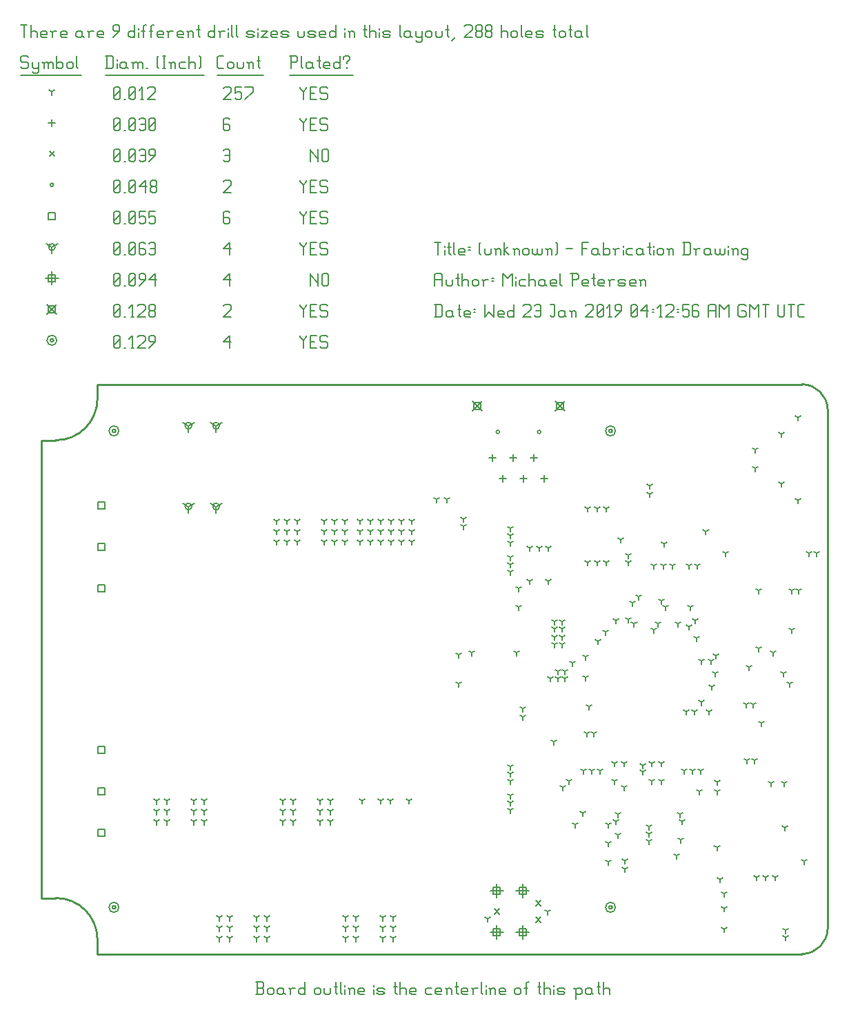
<source format=gbr>
G04 start of page 15 for group -3984 idx -3984 *
G04 Title: (unknown), fab *
G04 Creator: pcb 20140316 *
G04 CreationDate: Wed 23 Jan 2019 04:12:56 AM GMT UTC *
G04 For: railfan *
G04 Format: Gerber/RS-274X *
G04 PCB-Dimensions (mil): 4000.00 2950.00 *
G04 PCB-Coordinate-Origin: lower left *
%MOIN*%
%FSLAX25Y25*%
%LNFAB*%
%ADD185C,0.0100*%
%ADD184C,0.0060*%
%ADD183R,0.0080X0.0080*%
G54D183*X284200Y32500D02*G75*G03X285800Y32500I800J0D01*G01*
G75*G03X284200Y32500I-800J0D01*G01*
X282600D02*G75*G03X287400Y32500I2400J0D01*G01*
G75*G03X282600Y32500I-2400J0D01*G01*
X44200D02*G75*G03X45800Y32500I800J0D01*G01*
G75*G03X44200Y32500I-800J0D01*G01*
X42600D02*G75*G03X47400Y32500I2400J0D01*G01*
G75*G03X42600Y32500I-2400J0D01*G01*
X284200Y262500D02*G75*G03X285800Y262500I800J0D01*G01*
G75*G03X284200Y262500I-800J0D01*G01*
X282600D02*G75*G03X287400Y262500I2400J0D01*G01*
G75*G03X282600Y262500I-2400J0D01*G01*
X44200D02*G75*G03X45800Y262500I800J0D01*G01*
G75*G03X44200Y262500I-800J0D01*G01*
X42600D02*G75*G03X47400Y262500I2400J0D01*G01*
G75*G03X42600Y262500I-2400J0D01*G01*
X14200Y306250D02*G75*G03X15800Y306250I800J0D01*G01*
G75*G03X14200Y306250I-800J0D01*G01*
X12600D02*G75*G03X17400Y306250I2400J0D01*G01*
G75*G03X12600Y306250I-2400J0D01*G01*
G54D184*X135000Y308500D02*Y307750D01*
X136500Y306250D01*
X138000Y307750D01*
Y308500D02*Y307750D01*
X136500Y306250D02*Y302500D01*
X139800Y305500D02*X142050D01*
X139800Y302500D02*X142800D01*
X139800Y308500D02*Y302500D01*
Y308500D02*X142800D01*
X147600D02*X148350Y307750D01*
X145350Y308500D02*X147600D01*
X144600Y307750D02*X145350Y308500D01*
X144600Y307750D02*Y306250D01*
X145350Y305500D01*
X147600D01*
X148350Y304750D01*
Y303250D01*
X147600Y302500D02*X148350Y303250D01*
X145350Y302500D02*X147600D01*
X144600Y303250D02*X145350Y302500D01*
X98000Y305500D02*X101000Y308500D01*
X98000Y305500D02*X101750D01*
X101000Y308500D02*Y302500D01*
X45000Y303250D02*X45750Y302500D01*
X45000Y307750D02*Y303250D01*
Y307750D02*X45750Y308500D01*
X47250D01*
X48000Y307750D01*
Y303250D01*
X47250Y302500D02*X48000Y303250D01*
X45750Y302500D02*X47250D01*
X45000Y304000D02*X48000Y307000D01*
X49800Y302500D02*X50550D01*
X53100D02*X54600D01*
X53850Y308500D02*Y302500D01*
X52350Y307000D02*X53850Y308500D01*
X56400Y307750D02*X57150Y308500D01*
X59400D01*
X60150Y307750D01*
Y306250D01*
X56400Y302500D02*X60150Y306250D01*
X56400Y302500D02*X60150D01*
X61950D02*X64950Y305500D01*
Y307750D02*Y305500D01*
X64200Y308500D02*X64950Y307750D01*
X62700Y308500D02*X64200D01*
X61950Y307750D02*X62700Y308500D01*
X61950Y307750D02*Y306250D01*
X62700Y305500D01*
X64950D01*
X258100Y276900D02*X262900Y272100D01*
X258100D02*X262900Y276900D01*
X258900Y276100D02*X262100D01*
X258900D02*Y272900D01*
X262100D01*
Y276100D02*Y272900D01*
X218100Y276900D02*X222900Y272100D01*
X218100D02*X222900Y276900D01*
X218900Y276100D02*X222100D01*
X218900D02*Y272900D01*
X222100D01*
Y276100D02*Y272900D01*
X12600Y323650D02*X17400Y318850D01*
X12600D02*X17400Y323650D01*
X13400Y322850D02*X16600D01*
X13400D02*Y319650D01*
X16600D01*
Y322850D02*Y319650D01*
X135000Y323500D02*Y322750D01*
X136500Y321250D01*
X138000Y322750D01*
Y323500D02*Y322750D01*
X136500Y321250D02*Y317500D01*
X139800Y320500D02*X142050D01*
X139800Y317500D02*X142800D01*
X139800Y323500D02*Y317500D01*
Y323500D02*X142800D01*
X147600D02*X148350Y322750D01*
X145350Y323500D02*X147600D01*
X144600Y322750D02*X145350Y323500D01*
X144600Y322750D02*Y321250D01*
X145350Y320500D01*
X147600D01*
X148350Y319750D01*
Y318250D01*
X147600Y317500D02*X148350Y318250D01*
X145350Y317500D02*X147600D01*
X144600Y318250D02*X145350Y317500D01*
X98000Y322750D02*X98750Y323500D01*
X101000D01*
X101750Y322750D01*
Y321250D01*
X98000Y317500D02*X101750Y321250D01*
X98000Y317500D02*X101750D01*
X45000Y318250D02*X45750Y317500D01*
X45000Y322750D02*Y318250D01*
Y322750D02*X45750Y323500D01*
X47250D01*
X48000Y322750D01*
Y318250D01*
X47250Y317500D02*X48000Y318250D01*
X45750Y317500D02*X47250D01*
X45000Y319000D02*X48000Y322000D01*
X49800Y317500D02*X50550D01*
X53100D02*X54600D01*
X53850Y323500D02*Y317500D01*
X52350Y322000D02*X53850Y323500D01*
X56400Y322750D02*X57150Y323500D01*
X59400D01*
X60150Y322750D01*
Y321250D01*
X56400Y317500D02*X60150Y321250D01*
X56400Y317500D02*X60150D01*
X61950Y318250D02*X62700Y317500D01*
X61950Y319750D02*Y318250D01*
Y319750D02*X62700Y320500D01*
X64200D01*
X64950Y319750D01*
Y318250D01*
X64200Y317500D02*X64950Y318250D01*
X62700Y317500D02*X64200D01*
X61950Y321250D02*X62700Y320500D01*
X61950Y322750D02*Y321250D01*
Y322750D02*X62700Y323500D01*
X64200D01*
X64950Y322750D01*
Y321250D01*
X64200Y320500D02*X64950Y321250D01*
X230000Y43700D02*Y37300D01*
X226800Y40500D02*X233200D01*
X228400Y42100D02*X231600D01*
X228400D02*Y38900D01*
X231600D01*
Y42100D02*Y38900D01*
X242500Y43700D02*Y37300D01*
X239300Y40500D02*X245700D01*
X240900Y42100D02*X244100D01*
X240900D02*Y38900D01*
X244100D01*
Y42100D02*Y38900D01*
X242500Y23700D02*Y17300D01*
X239300Y20500D02*X245700D01*
X240900Y22100D02*X244100D01*
X240900D02*Y18900D01*
X244100D01*
Y22100D02*Y18900D01*
X230000Y23700D02*Y17300D01*
X226800Y20500D02*X233200D01*
X228400Y22100D02*X231600D01*
X228400D02*Y18900D01*
X231600D01*
Y22100D02*Y18900D01*
X15000Y339450D02*Y333050D01*
X11800Y336250D02*X18200D01*
X13400Y337850D02*X16600D01*
X13400D02*Y334650D01*
X16600D01*
Y337850D02*Y334650D01*
X140000Y338500D02*Y332500D01*
Y338500D02*Y337750D01*
X143750Y334000D01*
Y338500D02*Y332500D01*
X145550Y337750D02*Y333250D01*
Y337750D02*X146300Y338500D01*
X147800D01*
X148550Y337750D01*
Y333250D01*
X147800Y332500D02*X148550Y333250D01*
X146300Y332500D02*X147800D01*
X145550Y333250D02*X146300Y332500D01*
X98000Y335500D02*X101000Y338500D01*
X98000Y335500D02*X101750D01*
X101000Y338500D02*Y332500D01*
X45000Y333250D02*X45750Y332500D01*
X45000Y337750D02*Y333250D01*
Y337750D02*X45750Y338500D01*
X47250D01*
X48000Y337750D01*
Y333250D01*
X47250Y332500D02*X48000Y333250D01*
X45750Y332500D02*X47250D01*
X45000Y334000D02*X48000Y337000D01*
X49800Y332500D02*X50550D01*
X52350Y333250D02*X53100Y332500D01*
X52350Y337750D02*Y333250D01*
Y337750D02*X53100Y338500D01*
X54600D01*
X55350Y337750D01*
Y333250D01*
X54600Y332500D02*X55350Y333250D01*
X53100Y332500D02*X54600D01*
X52350Y334000D02*X55350Y337000D01*
X57150Y332500D02*X60150Y335500D01*
Y337750D02*Y335500D01*
X59400Y338500D02*X60150Y337750D01*
X57900Y338500D02*X59400D01*
X57150Y337750D02*X57900Y338500D01*
X57150Y337750D02*Y336250D01*
X57900Y335500D01*
X60150D01*
X61950D02*X64950Y338500D01*
X61950Y335500D02*X65700D01*
X64950Y338500D02*Y332500D01*
X94400Y265000D02*Y261800D01*
Y265000D02*X97173Y266600D01*
X94400Y265000D02*X91627Y266600D01*
X92800Y265000D02*G75*G03X96000Y265000I1600J0D01*G01*
G75*G03X92800Y265000I-1600J0D01*G01*
X81000D02*Y261800D01*
Y265000D02*X83773Y266600D01*
X81000Y265000D02*X78227Y266600D01*
X79400Y265000D02*G75*G03X82600Y265000I1600J0D01*G01*
G75*G03X79400Y265000I-1600J0D01*G01*
X94400Y226000D02*Y222800D01*
Y226000D02*X97173Y227600D01*
X94400Y226000D02*X91627Y227600D01*
X92800Y226000D02*G75*G03X96000Y226000I1600J0D01*G01*
G75*G03X92800Y226000I-1600J0D01*G01*
X81000D02*Y222800D01*
Y226000D02*X83773Y227600D01*
X81000Y226000D02*X78227Y227600D01*
X79400Y226000D02*G75*G03X82600Y226000I1600J0D01*G01*
G75*G03X79400Y226000I-1600J0D01*G01*
X15000Y351250D02*Y348050D01*
Y351250D02*X17773Y352850D01*
X15000Y351250D02*X12227Y352850D01*
X13400Y351250D02*G75*G03X16600Y351250I1600J0D01*G01*
G75*G03X13400Y351250I-1600J0D01*G01*
X135000Y353500D02*Y352750D01*
X136500Y351250D01*
X138000Y352750D01*
Y353500D02*Y352750D01*
X136500Y351250D02*Y347500D01*
X139800Y350500D02*X142050D01*
X139800Y347500D02*X142800D01*
X139800Y353500D02*Y347500D01*
Y353500D02*X142800D01*
X147600D02*X148350Y352750D01*
X145350Y353500D02*X147600D01*
X144600Y352750D02*X145350Y353500D01*
X144600Y352750D02*Y351250D01*
X145350Y350500D01*
X147600D01*
X148350Y349750D01*
Y348250D01*
X147600Y347500D02*X148350Y348250D01*
X145350Y347500D02*X147600D01*
X144600Y348250D02*X145350Y347500D01*
X98000Y350500D02*X101000Y353500D01*
X98000Y350500D02*X101750D01*
X101000Y353500D02*Y347500D01*
X45000Y348250D02*X45750Y347500D01*
X45000Y352750D02*Y348250D01*
Y352750D02*X45750Y353500D01*
X47250D01*
X48000Y352750D01*
Y348250D01*
X47250Y347500D02*X48000Y348250D01*
X45750Y347500D02*X47250D01*
X45000Y349000D02*X48000Y352000D01*
X49800Y347500D02*X50550D01*
X52350Y348250D02*X53100Y347500D01*
X52350Y352750D02*Y348250D01*
Y352750D02*X53100Y353500D01*
X54600D01*
X55350Y352750D01*
Y348250D01*
X54600Y347500D02*X55350Y348250D01*
X53100Y347500D02*X54600D01*
X52350Y349000D02*X55350Y352000D01*
X59400Y353500D02*X60150Y352750D01*
X57900Y353500D02*X59400D01*
X57150Y352750D02*X57900Y353500D01*
X57150Y352750D02*Y348250D01*
X57900Y347500D01*
X59400Y350500D02*X60150Y349750D01*
X57150Y350500D02*X59400D01*
X57900Y347500D02*X59400D01*
X60150Y348250D01*
Y349750D02*Y348250D01*
X61950Y352750D02*X62700Y353500D01*
X64200D01*
X64950Y352750D01*
Y348250D01*
X64200Y347500D02*X64950Y348250D01*
X62700Y347500D02*X64200D01*
X61950Y348250D02*X62700Y347500D01*
Y350500D02*X64950D01*
X37400Y110100D02*X40600D01*
X37400D02*Y106900D01*
X40600D01*
Y110100D02*Y106900D01*
X37400Y90100D02*X40600D01*
X37400D02*Y86900D01*
X40600D01*
Y90100D02*Y86900D01*
X37400Y70100D02*X40600D01*
X37400D02*Y66900D01*
X40600D01*
Y70100D02*Y66900D01*
X37400Y228100D02*X40600D01*
X37400D02*Y224900D01*
X40600D01*
Y228100D02*Y224900D01*
X37400Y208100D02*X40600D01*
X37400D02*Y204900D01*
X40600D01*
Y208100D02*Y204900D01*
X37400Y188100D02*X40600D01*
X37400D02*Y184900D01*
X40600D01*
Y188100D02*Y184900D01*
X13400Y367850D02*X16600D01*
X13400D02*Y364650D01*
X16600D01*
Y367850D02*Y364650D01*
X135000Y368500D02*Y367750D01*
X136500Y366250D01*
X138000Y367750D01*
Y368500D02*Y367750D01*
X136500Y366250D02*Y362500D01*
X139800Y365500D02*X142050D01*
X139800Y362500D02*X142800D01*
X139800Y368500D02*Y362500D01*
Y368500D02*X142800D01*
X147600D02*X148350Y367750D01*
X145350Y368500D02*X147600D01*
X144600Y367750D02*X145350Y368500D01*
X144600Y367750D02*Y366250D01*
X145350Y365500D01*
X147600D01*
X148350Y364750D01*
Y363250D01*
X147600Y362500D02*X148350Y363250D01*
X145350Y362500D02*X147600D01*
X144600Y363250D02*X145350Y362500D01*
X100250Y368500D02*X101000Y367750D01*
X98750Y368500D02*X100250D01*
X98000Y367750D02*X98750Y368500D01*
X98000Y367750D02*Y363250D01*
X98750Y362500D01*
X100250Y365500D02*X101000Y364750D01*
X98000Y365500D02*X100250D01*
X98750Y362500D02*X100250D01*
X101000Y363250D01*
Y364750D02*Y363250D01*
X45000D02*X45750Y362500D01*
X45000Y367750D02*Y363250D01*
Y367750D02*X45750Y368500D01*
X47250D01*
X48000Y367750D01*
Y363250D01*
X47250Y362500D02*X48000Y363250D01*
X45750Y362500D02*X47250D01*
X45000Y364000D02*X48000Y367000D01*
X49800Y362500D02*X50550D01*
X52350Y363250D02*X53100Y362500D01*
X52350Y367750D02*Y363250D01*
Y367750D02*X53100Y368500D01*
X54600D01*
X55350Y367750D01*
Y363250D01*
X54600Y362500D02*X55350Y363250D01*
X53100Y362500D02*X54600D01*
X52350Y364000D02*X55350Y367000D01*
X57150Y368500D02*X60150D01*
X57150D02*Y365500D01*
X57900Y366250D01*
X59400D01*
X60150Y365500D01*
Y363250D01*
X59400Y362500D02*X60150Y363250D01*
X57900Y362500D02*X59400D01*
X57150Y363250D02*X57900Y362500D01*
X61950Y368500D02*X64950D01*
X61950D02*Y365500D01*
X62700Y366250D01*
X64200D01*
X64950Y365500D01*
Y363250D01*
X64200Y362500D02*X64950Y363250D01*
X62700Y362500D02*X64200D01*
X61950Y363250D02*X62700Y362500D01*
X249700Y262000D02*G75*G03X251300Y262000I800J0D01*G01*
G75*G03X249700Y262000I-800J0D01*G01*
X229700D02*G75*G03X231300Y262000I800J0D01*G01*
G75*G03X229700Y262000I-800J0D01*G01*
X14200Y381250D02*G75*G03X15800Y381250I800J0D01*G01*
G75*G03X14200Y381250I-800J0D01*G01*
X135000Y383500D02*Y382750D01*
X136500Y381250D01*
X138000Y382750D01*
Y383500D02*Y382750D01*
X136500Y381250D02*Y377500D01*
X139800Y380500D02*X142050D01*
X139800Y377500D02*X142800D01*
X139800Y383500D02*Y377500D01*
Y383500D02*X142800D01*
X147600D02*X148350Y382750D01*
X145350Y383500D02*X147600D01*
X144600Y382750D02*X145350Y383500D01*
X144600Y382750D02*Y381250D01*
X145350Y380500D01*
X147600D01*
X148350Y379750D01*
Y378250D01*
X147600Y377500D02*X148350Y378250D01*
X145350Y377500D02*X147600D01*
X144600Y378250D02*X145350Y377500D01*
X98000Y382750D02*X98750Y383500D01*
X101000D01*
X101750Y382750D01*
Y381250D01*
X98000Y377500D02*X101750Y381250D01*
X98000Y377500D02*X101750D01*
X45000Y378250D02*X45750Y377500D01*
X45000Y382750D02*Y378250D01*
Y382750D02*X45750Y383500D01*
X47250D01*
X48000Y382750D01*
Y378250D01*
X47250Y377500D02*X48000Y378250D01*
X45750Y377500D02*X47250D01*
X45000Y379000D02*X48000Y382000D01*
X49800Y377500D02*X50550D01*
X52350Y378250D02*X53100Y377500D01*
X52350Y382750D02*Y378250D01*
Y382750D02*X53100Y383500D01*
X54600D01*
X55350Y382750D01*
Y378250D01*
X54600Y377500D02*X55350Y378250D01*
X53100Y377500D02*X54600D01*
X52350Y379000D02*X55350Y382000D01*
X57150Y380500D02*X60150Y383500D01*
X57150Y380500D02*X60900D01*
X60150Y383500D02*Y377500D01*
X62700Y378250D02*X63450Y377500D01*
X62700Y379750D02*Y378250D01*
Y379750D02*X63450Y380500D01*
X64950D01*
X65700Y379750D01*
Y378250D01*
X64950Y377500D02*X65700Y378250D01*
X63450Y377500D02*X64950D01*
X62700Y381250D02*X63450Y380500D01*
X62700Y382750D02*Y381250D01*
Y382750D02*X63450Y383500D01*
X64950D01*
X65700Y382750D01*
Y381250D01*
X64950Y380500D02*X65700Y381250D01*
X228800Y31700D02*X231200Y29300D01*
X228800D02*X231200Y31700D01*
X248800Y35700D02*X251200Y33300D01*
X248800D02*X251200Y35700D01*
X248800Y27700D02*X251200Y25300D01*
X248800D02*X251200Y27700D01*
X13800Y397450D02*X16200Y395050D01*
X13800D02*X16200Y397450D01*
X140000Y398500D02*Y392500D01*
Y398500D02*Y397750D01*
X143750Y394000D01*
Y398500D02*Y392500D01*
X145550Y397750D02*Y393250D01*
Y397750D02*X146300Y398500D01*
X147800D01*
X148550Y397750D01*
Y393250D01*
X147800Y392500D02*X148550Y393250D01*
X146300Y392500D02*X147800D01*
X145550Y393250D02*X146300Y392500D01*
X98000Y397750D02*X98750Y398500D01*
X100250D01*
X101000Y397750D01*
Y393250D01*
X100250Y392500D02*X101000Y393250D01*
X98750Y392500D02*X100250D01*
X98000Y393250D02*X98750Y392500D01*
Y395500D02*X101000D01*
X45000Y393250D02*X45750Y392500D01*
X45000Y397750D02*Y393250D01*
Y397750D02*X45750Y398500D01*
X47250D01*
X48000Y397750D01*
Y393250D01*
X47250Y392500D02*X48000Y393250D01*
X45750Y392500D02*X47250D01*
X45000Y394000D02*X48000Y397000D01*
X49800Y392500D02*X50550D01*
X52350Y393250D02*X53100Y392500D01*
X52350Y397750D02*Y393250D01*
Y397750D02*X53100Y398500D01*
X54600D01*
X55350Y397750D01*
Y393250D01*
X54600Y392500D02*X55350Y393250D01*
X53100Y392500D02*X54600D01*
X52350Y394000D02*X55350Y397000D01*
X57150Y397750D02*X57900Y398500D01*
X59400D01*
X60150Y397750D01*
Y393250D01*
X59400Y392500D02*X60150Y393250D01*
X57900Y392500D02*X59400D01*
X57150Y393250D02*X57900Y392500D01*
Y395500D02*X60150D01*
X61950Y392500D02*X64950Y395500D01*
Y397750D02*Y395500D01*
X64200Y398500D02*X64950Y397750D01*
X62700Y398500D02*X64200D01*
X61950Y397750D02*X62700Y398500D01*
X61950Y397750D02*Y396250D01*
X62700Y395500D01*
X64950D01*
X253000Y241100D02*Y237900D01*
X251400Y239500D02*X254600D01*
X248000Y251100D02*Y247900D01*
X246400Y249500D02*X249600D01*
X243000Y241100D02*Y237900D01*
X241400Y239500D02*X244600D01*
X238000Y251100D02*Y247900D01*
X236400Y249500D02*X239600D01*
X233000Y241100D02*Y237900D01*
X231400Y239500D02*X234600D01*
X228000Y251100D02*Y247900D01*
X226400Y249500D02*X229600D01*
X15000Y412850D02*Y409650D01*
X13400Y411250D02*X16600D01*
X135000Y413500D02*Y412750D01*
X136500Y411250D01*
X138000Y412750D01*
Y413500D02*Y412750D01*
X136500Y411250D02*Y407500D01*
X139800Y410500D02*X142050D01*
X139800Y407500D02*X142800D01*
X139800Y413500D02*Y407500D01*
Y413500D02*X142800D01*
X147600D02*X148350Y412750D01*
X145350Y413500D02*X147600D01*
X144600Y412750D02*X145350Y413500D01*
X144600Y412750D02*Y411250D01*
X145350Y410500D01*
X147600D01*
X148350Y409750D01*
Y408250D01*
X147600Y407500D02*X148350Y408250D01*
X145350Y407500D02*X147600D01*
X144600Y408250D02*X145350Y407500D01*
X100250Y413500D02*X101000Y412750D01*
X98750Y413500D02*X100250D01*
X98000Y412750D02*X98750Y413500D01*
X98000Y412750D02*Y408250D01*
X98750Y407500D01*
X100250Y410500D02*X101000Y409750D01*
X98000Y410500D02*X100250D01*
X98750Y407500D02*X100250D01*
X101000Y408250D01*
Y409750D02*Y408250D01*
X45000D02*X45750Y407500D01*
X45000Y412750D02*Y408250D01*
Y412750D02*X45750Y413500D01*
X47250D01*
X48000Y412750D01*
Y408250D01*
X47250Y407500D02*X48000Y408250D01*
X45750Y407500D02*X47250D01*
X45000Y409000D02*X48000Y412000D01*
X49800Y407500D02*X50550D01*
X52350Y408250D02*X53100Y407500D01*
X52350Y412750D02*Y408250D01*
Y412750D02*X53100Y413500D01*
X54600D01*
X55350Y412750D01*
Y408250D01*
X54600Y407500D02*X55350Y408250D01*
X53100Y407500D02*X54600D01*
X52350Y409000D02*X55350Y412000D01*
X57150Y412750D02*X57900Y413500D01*
X59400D01*
X60150Y412750D01*
Y408250D01*
X59400Y407500D02*X60150Y408250D01*
X57900Y407500D02*X59400D01*
X57150Y408250D02*X57900Y407500D01*
Y410500D02*X60150D01*
X61950Y408250D02*X62700Y407500D01*
X61950Y412750D02*Y408250D01*
Y412750D02*X62700Y413500D01*
X64200D01*
X64950Y412750D01*
Y408250D01*
X64200Y407500D02*X64950Y408250D01*
X62700Y407500D02*X64200D01*
X61950Y409000D02*X64950Y412000D01*
X189000Y209000D02*Y207400D01*
Y209000D02*X190387Y209800D01*
X189000Y209000D02*X187613Y209800D01*
X189000Y214000D02*Y212400D01*
Y214000D02*X190387Y214800D01*
X189000Y214000D02*X187613Y214800D01*
X189000Y219000D02*Y217400D01*
Y219000D02*X190387Y219800D01*
X189000Y219000D02*X187613Y219800D01*
X184000Y219000D02*Y217400D01*
Y219000D02*X185387Y219800D01*
X184000Y219000D02*X182613Y219800D01*
X184000Y214000D02*Y212400D01*
Y214000D02*X185387Y214800D01*
X184000Y214000D02*X182613Y214800D01*
X184000Y209000D02*Y207400D01*
Y209000D02*X185387Y209800D01*
X184000Y209000D02*X182613Y209800D01*
X179000Y209000D02*Y207400D01*
Y209000D02*X180387Y209800D01*
X179000Y209000D02*X177613Y209800D01*
X179000Y214000D02*Y212400D01*
Y214000D02*X180387Y214800D01*
X179000Y214000D02*X177613Y214800D01*
X179000Y219000D02*Y217400D01*
Y219000D02*X180387Y219800D01*
X179000Y219000D02*X177613Y219800D01*
X174000Y219000D02*Y217400D01*
Y219000D02*X175387Y219800D01*
X174000Y219000D02*X172613Y219800D01*
X174000Y214000D02*Y212400D01*
Y214000D02*X175387Y214800D01*
X174000Y214000D02*X172613Y214800D01*
X174000Y209000D02*Y207400D01*
Y209000D02*X175387Y209800D01*
X174000Y209000D02*X172613Y209800D01*
X169000Y209000D02*Y207400D01*
Y209000D02*X170387Y209800D01*
X169000Y209000D02*X167613Y209800D01*
X169000Y214000D02*Y212400D01*
Y214000D02*X170387Y214800D01*
X169000Y214000D02*X167613Y214800D01*
X169000Y219000D02*Y217400D01*
Y219000D02*X170387Y219800D01*
X169000Y219000D02*X167613Y219800D01*
X164000Y219000D02*Y217400D01*
Y219000D02*X165387Y219800D01*
X164000Y219000D02*X162613Y219800D01*
X164000Y214000D02*Y212400D01*
Y214000D02*X165387Y214800D01*
X164000Y214000D02*X162613Y214800D01*
X164000Y209000D02*Y207400D01*
Y209000D02*X165387Y209800D01*
X164000Y209000D02*X162613Y209800D01*
X187500Y84000D02*Y82400D01*
Y84000D02*X188887Y84800D01*
X187500Y84000D02*X186113Y84800D01*
X178500Y84000D02*Y82400D01*
Y84000D02*X179887Y84800D01*
X178500Y84000D02*X177113Y84800D01*
X174000Y84000D02*Y82400D01*
Y84000D02*X175387Y84800D01*
X174000Y84000D02*X172613Y84800D01*
X165000Y84000D02*Y82400D01*
Y84000D02*X166387Y84800D01*
X165000Y84000D02*X163613Y84800D01*
X123500Y219000D02*Y217400D01*
Y219000D02*X124887Y219800D01*
X123500Y219000D02*X122113Y219800D01*
X123500Y214000D02*Y212400D01*
Y214000D02*X124887Y214800D01*
X123500Y214000D02*X122113Y214800D01*
X123500Y209000D02*Y207400D01*
Y209000D02*X124887Y209800D01*
X123500Y209000D02*X122113Y209800D01*
X128500Y209000D02*Y207400D01*
Y209000D02*X129887Y209800D01*
X128500Y209000D02*X127113Y209800D01*
X128500Y214000D02*Y212400D01*
Y214000D02*X129887Y214800D01*
X128500Y214000D02*X127113Y214800D01*
X128500Y219000D02*Y217400D01*
Y219000D02*X129887Y219800D01*
X128500Y219000D02*X127113Y219800D01*
X133500Y209000D02*Y207400D01*
Y209000D02*X134887Y209800D01*
X133500Y209000D02*X132113Y209800D01*
X133500Y214000D02*Y212400D01*
Y214000D02*X134887Y214800D01*
X133500Y214000D02*X132113Y214800D01*
X133500Y219000D02*Y217400D01*
Y219000D02*X134887Y219800D01*
X133500Y219000D02*X132113Y219800D01*
X156500Y219000D02*Y217400D01*
Y219000D02*X157887Y219800D01*
X156500Y219000D02*X155113Y219800D01*
X156500Y214000D02*Y212400D01*
Y214000D02*X157887Y214800D01*
X156500Y214000D02*X155113Y214800D01*
X156500Y209000D02*Y207400D01*
Y209000D02*X157887Y209800D01*
X156500Y209000D02*X155113Y209800D01*
X151500Y209000D02*Y207400D01*
Y209000D02*X152887Y209800D01*
X151500Y209000D02*X150113Y209800D01*
X151500Y214000D02*Y212400D01*
Y214000D02*X152887Y214800D01*
X151500Y214000D02*X150113Y214800D01*
X151500Y219000D02*Y217400D01*
Y219000D02*X152887Y219800D01*
X151500Y219000D02*X150113Y219800D01*
X146500Y209000D02*Y207400D01*
Y209000D02*X147887Y209800D01*
X146500Y209000D02*X145113Y209800D01*
X146500Y214000D02*Y212400D01*
Y214000D02*X147887Y214800D01*
X146500Y214000D02*X145113Y214800D01*
X146500Y219000D02*Y217400D01*
Y219000D02*X147887Y219800D01*
X146500Y219000D02*X145113Y219800D01*
X149500Y73900D02*Y72300D01*
Y73900D02*X150887Y74700D01*
X149500Y73900D02*X148113Y74700D01*
X149500Y78900D02*Y77300D01*
Y78900D02*X150887Y79700D01*
X149500Y78900D02*X148113Y79700D01*
X149500Y83900D02*Y82300D01*
Y83900D02*X150887Y84700D01*
X149500Y83900D02*X148113Y84700D01*
X144500Y73900D02*Y72300D01*
Y73900D02*X145887Y74700D01*
X144500Y73900D02*X143113Y74700D01*
X144500Y78900D02*Y77300D01*
Y78900D02*X145887Y79700D01*
X144500Y78900D02*X143113Y79700D01*
X144500Y83900D02*Y82300D01*
Y83900D02*X145887Y84700D01*
X144500Y83900D02*X143113Y84700D01*
X88500Y73900D02*Y72300D01*
Y73900D02*X89887Y74700D01*
X88500Y73900D02*X87113Y74700D01*
X88500Y78900D02*Y77300D01*
Y78900D02*X89887Y79700D01*
X88500Y78900D02*X87113Y79700D01*
X88500Y83900D02*Y82300D01*
Y83900D02*X89887Y84700D01*
X88500Y83900D02*X87113Y84700D01*
X83500Y73900D02*Y72300D01*
Y73900D02*X84887Y74700D01*
X83500Y73900D02*X82113Y74700D01*
X83500Y78900D02*Y77300D01*
Y78900D02*X84887Y79700D01*
X83500Y78900D02*X82113Y79700D01*
X83500Y83900D02*Y82300D01*
Y83900D02*X84887Y84700D01*
X83500Y83900D02*X82113Y84700D01*
X65500Y73900D02*Y72300D01*
Y73900D02*X66887Y74700D01*
X65500Y73900D02*X64113Y74700D01*
X65500Y78900D02*Y77300D01*
Y78900D02*X66887Y79700D01*
X65500Y78900D02*X64113Y79700D01*
X65500Y83900D02*Y82300D01*
Y83900D02*X66887Y84700D01*
X65500Y83900D02*X64113Y84700D01*
X70500Y73900D02*Y72300D01*
Y73900D02*X71887Y74700D01*
X70500Y73900D02*X69113Y74700D01*
X70500Y78900D02*Y77300D01*
Y78900D02*X71887Y79700D01*
X70500Y78900D02*X69113Y79700D01*
X70500Y83900D02*Y82300D01*
Y83900D02*X71887Y84700D01*
X70500Y83900D02*X69113Y84700D01*
X126500Y73900D02*Y72300D01*
Y73900D02*X127887Y74700D01*
X126500Y73900D02*X125113Y74700D01*
X126500Y78900D02*Y77300D01*
Y78900D02*X127887Y79700D01*
X126500Y78900D02*X125113Y79700D01*
X126500Y83900D02*Y82300D01*
Y83900D02*X127887Y84700D01*
X126500Y83900D02*X125113Y84700D01*
X131500Y73900D02*Y72300D01*
Y73900D02*X132887Y74700D01*
X131500Y73900D02*X130113Y74700D01*
X131500Y78900D02*Y77300D01*
Y78900D02*X132887Y79700D01*
X131500Y78900D02*X130113Y79700D01*
X131500Y83900D02*Y82300D01*
Y83900D02*X132887Y84700D01*
X131500Y83900D02*X130113Y84700D01*
X180000Y27600D02*Y26000D01*
Y27600D02*X181387Y28400D01*
X180000Y27600D02*X178613Y28400D01*
X180000Y22600D02*Y21000D01*
Y22600D02*X181387Y23400D01*
X180000Y22600D02*X178613Y23400D01*
X180000Y17600D02*Y16000D01*
Y17600D02*X181387Y18400D01*
X180000Y17600D02*X178613Y18400D01*
X175000Y27600D02*Y26000D01*
Y27600D02*X176387Y28400D01*
X175000Y27600D02*X173613Y28400D01*
X175000Y22600D02*Y21000D01*
Y22600D02*X176387Y23400D01*
X175000Y22600D02*X173613Y23400D01*
X175000Y17600D02*Y16000D01*
Y17600D02*X176387Y18400D01*
X175000Y17600D02*X173613Y18400D01*
X119000Y27600D02*Y26000D01*
Y27600D02*X120387Y28400D01*
X119000Y27600D02*X117613Y28400D01*
X119000Y22600D02*Y21000D01*
Y22600D02*X120387Y23400D01*
X119000Y22600D02*X117613Y23400D01*
X119000Y17600D02*Y16000D01*
Y17600D02*X120387Y18400D01*
X119000Y17600D02*X117613Y18400D01*
X114000Y27600D02*Y26000D01*
Y27600D02*X115387Y28400D01*
X114000Y27600D02*X112613Y28400D01*
X114000Y22600D02*Y21000D01*
Y22600D02*X115387Y23400D01*
X114000Y22600D02*X112613Y23400D01*
X114000Y17600D02*Y16000D01*
Y17600D02*X115387Y18400D01*
X114000Y17600D02*X112613Y18400D01*
X96000Y27600D02*Y26000D01*
Y27600D02*X97387Y28400D01*
X96000Y27600D02*X94613Y28400D01*
X96000Y22600D02*Y21000D01*
Y22600D02*X97387Y23400D01*
X96000Y22600D02*X94613Y23400D01*
X96000Y17600D02*Y16000D01*
Y17600D02*X97387Y18400D01*
X96000Y17600D02*X94613Y18400D01*
X101000Y27600D02*Y26000D01*
Y27600D02*X102387Y28400D01*
X101000Y27600D02*X99613Y28400D01*
X101000Y22600D02*Y21000D01*
Y22600D02*X102387Y23400D01*
X101000Y22600D02*X99613Y23400D01*
X101000Y17600D02*Y16000D01*
Y17600D02*X102387Y18400D01*
X101000Y17600D02*X99613Y18400D01*
X157000Y27600D02*Y26000D01*
Y27600D02*X158387Y28400D01*
X157000Y27600D02*X155613Y28400D01*
X157000Y22600D02*Y21000D01*
Y22600D02*X158387Y23400D01*
X157000Y22600D02*X155613Y23400D01*
X157000Y17600D02*Y16000D01*
Y17600D02*X158387Y18400D01*
X157000Y17600D02*X155613Y18400D01*
X162000Y27600D02*Y26000D01*
Y27600D02*X163387Y28400D01*
X162000Y27600D02*X160613Y28400D01*
X162000Y22600D02*Y21000D01*
Y22600D02*X163387Y23400D01*
X162000Y22600D02*X160613Y23400D01*
X162000Y17600D02*Y16000D01*
Y17600D02*X163387Y18400D01*
X162000Y17600D02*X160613Y18400D01*
X236500Y100500D02*Y98900D01*
Y100500D02*X237887Y101300D01*
X236500Y100500D02*X235113Y101300D01*
X236500Y97000D02*Y95400D01*
Y97000D02*X237887Y97800D01*
X236500Y97000D02*X235113Y97800D01*
X236500Y93500D02*Y91900D01*
Y93500D02*X237887Y94300D01*
X236500Y93500D02*X235113Y94300D01*
X236500Y86500D02*Y84900D01*
Y86500D02*X237887Y87300D01*
X236500Y86500D02*X235113Y87300D01*
X236500Y83000D02*Y81400D01*
Y83000D02*X237887Y83800D01*
X236500Y83000D02*X235113Y83800D01*
X236500Y79500D02*Y77900D01*
Y79500D02*X237887Y80300D01*
X236500Y79500D02*X235113Y80300D01*
X236500Y194500D02*Y192900D01*
Y194500D02*X237887Y195300D01*
X236500Y194500D02*X235113Y195300D01*
X236500Y198000D02*Y196400D01*
Y198000D02*X237887Y198800D01*
X236500Y198000D02*X235113Y198800D01*
X236500Y201500D02*Y199900D01*
Y201500D02*X237887Y202300D01*
X236500Y201500D02*X235113Y202300D01*
X236500Y208500D02*Y206900D01*
Y208500D02*X237887Y209300D01*
X236500Y208500D02*X235113Y209300D01*
X236500Y212000D02*Y210400D01*
Y212000D02*X237887Y212800D01*
X236500Y212000D02*X235113Y212800D01*
X236500Y215500D02*Y213900D01*
Y215500D02*X237887Y216300D01*
X236500Y215500D02*X235113Y216300D01*
X239500Y155500D02*Y153900D01*
Y155500D02*X240887Y156300D01*
X239500Y155500D02*X238113Y156300D01*
X218000Y155500D02*Y153900D01*
Y155500D02*X219387Y156300D01*
X218000Y155500D02*X216613Y156300D01*
X242500Y124500D02*Y122900D01*
Y124500D02*X243887Y125300D01*
X242500Y124500D02*X241113Y125300D01*
X242500Y128500D02*Y126900D01*
Y128500D02*X243887Y129300D01*
X242500Y128500D02*X241113Y129300D01*
X258000Y167000D02*Y165400D01*
Y167000D02*X259387Y167800D01*
X258000Y167000D02*X256613Y167800D01*
X258000Y159500D02*Y157900D01*
Y159500D02*X259387Y160300D01*
X258000Y159500D02*X256613Y160300D01*
X240500Y177500D02*Y175900D01*
Y177500D02*X241887Y178300D01*
X240500Y177500D02*X239113Y178300D01*
X246000Y190000D02*Y188400D01*
Y190000D02*X247387Y190800D01*
X246000Y190000D02*X244613Y190800D01*
X255000Y190000D02*Y188400D01*
Y190000D02*X256387Y190800D01*
X255000Y190000D02*X253613Y190800D01*
X240500Y186500D02*Y184900D01*
Y186500D02*X241887Y187300D01*
X240500Y186500D02*X239113Y187300D01*
X255000Y206000D02*Y204400D01*
Y206000D02*X256387Y206800D01*
X255000Y206000D02*X253613Y206800D01*
X246000Y206000D02*Y204400D01*
Y206000D02*X247387Y206800D01*
X246000Y206000D02*X244613Y206800D01*
X279000Y161000D02*Y159400D01*
Y161000D02*X280387Y161800D01*
X279000Y161000D02*X277613Y161800D01*
X287000Y102000D02*Y100400D01*
Y102000D02*X288387Y102800D01*
X287000Y102000D02*X285613Y102800D01*
X291500Y102000D02*Y100400D01*
Y102000D02*X292887Y102800D01*
X291500Y102000D02*X290113Y102800D01*
X309500Y102000D02*Y100400D01*
Y102000D02*X310887Y102800D01*
X309500Y102000D02*X308113Y102800D01*
X305000Y102000D02*Y100400D01*
Y102000D02*X306387Y102800D01*
X305000Y102000D02*X303613Y102800D01*
X272000Y98500D02*Y96900D01*
Y98500D02*X273387Y99300D01*
X272000Y98500D02*X270613Y99300D01*
X276000Y98500D02*Y96900D01*
Y98500D02*X277387Y99300D01*
X276000Y98500D02*X274613Y99300D01*
X280000Y98500D02*Y96900D01*
Y98500D02*X281387Y99300D01*
X280000Y98500D02*X278613Y99300D01*
X328500Y98500D02*Y96900D01*
Y98500D02*X329887Y99300D01*
X328500Y98500D02*X327113Y99300D01*
X324500Y98500D02*Y96900D01*
Y98500D02*X325887Y99300D01*
X324500Y98500D02*X323113Y99300D01*
X320500Y98500D02*Y96900D01*
Y98500D02*X321887Y99300D01*
X320500Y98500D02*X319113Y99300D01*
X300500Y98000D02*Y96400D01*
Y98000D02*X301887Y98800D01*
X300500Y98000D02*X299113Y98800D01*
X300500Y101000D02*Y99400D01*
Y101000D02*X301887Y101800D01*
X300500Y101000D02*X299113Y101800D01*
X334000Y139000D02*Y137400D01*
Y139000D02*X335387Y139800D01*
X334000Y139000D02*X332613Y139800D01*
X335500Y145500D02*Y143900D01*
Y145500D02*X336887Y146300D01*
X335500Y145500D02*X334113Y146300D01*
X329000Y151500D02*Y149900D01*
Y151500D02*X330387Y152300D01*
X329000Y151500D02*X327613Y152300D01*
X333500Y151500D02*Y149900D01*
Y151500D02*X334887Y152300D01*
X333500Y151500D02*X332113Y152300D01*
X336000Y154000D02*Y152400D01*
Y154000D02*X337387Y154800D01*
X336000Y154000D02*X334613Y154800D01*
X356500Y157500D02*Y155900D01*
Y157500D02*X357887Y158300D01*
X356500Y157500D02*X355113Y158300D01*
X356500Y185500D02*Y183900D01*
Y185500D02*X357887Y186300D01*
X356500Y185500D02*X355113Y186300D01*
X372500Y185500D02*Y183900D01*
Y185500D02*X373887Y186300D01*
X372500Y185500D02*X371113Y186300D01*
X376000Y185500D02*Y183900D01*
Y185500D02*X377387Y186300D01*
X376000Y185500D02*X374613Y186300D01*
X354000Y130500D02*Y128900D01*
Y130500D02*X355387Y131300D01*
X354000Y130500D02*X352613Y131300D01*
X350500Y130500D02*Y128900D01*
Y130500D02*X351887Y131300D01*
X350500Y130500D02*X349113Y131300D01*
X381000Y203500D02*Y201900D01*
Y203500D02*X382387Y204300D01*
X381000Y203500D02*X379613Y204300D01*
X384500Y203500D02*Y201900D01*
Y203500D02*X385887Y204300D01*
X384500Y203500D02*X383113Y204300D01*
X305000Y93500D02*Y91900D01*
Y93500D02*X306387Y94300D01*
X305000Y93500D02*X303613Y94300D01*
X309500Y93500D02*Y91900D01*
Y93500D02*X310887Y94300D01*
X309500Y93500D02*X308113Y94300D01*
X340500Y203500D02*Y201900D01*
Y203500D02*X341887Y204300D01*
X340500Y203500D02*X339113Y204300D01*
X311000Y208000D02*Y206400D01*
Y208000D02*X312387Y208800D01*
X311000Y208000D02*X309613Y208800D01*
X211500Y140500D02*Y138900D01*
Y140500D02*X212887Y141300D01*
X211500Y140500D02*X210113Y141300D01*
X211500Y154500D02*Y152900D01*
Y154500D02*X212887Y155300D01*
X211500Y154500D02*X210113Y155300D01*
X266500Y150453D02*Y148853D01*
Y150453D02*X267887Y151253D01*
X266500Y150453D02*X265113Y151253D01*
X273000Y143500D02*Y141900D01*
Y143500D02*X274387Y144300D01*
X273000Y143500D02*X271613Y144300D01*
X273000Y153500D02*Y151900D01*
Y153500D02*X274387Y154300D01*
X273000Y153500D02*X271613Y154300D01*
X293500Y171500D02*Y169900D01*
Y171500D02*X294887Y172300D01*
X293500Y171500D02*X292113Y172300D01*
X308000Y169500D02*Y167900D01*
Y169500D02*X309387Y170300D01*
X308000Y169500D02*X306613Y170300D01*
X306000Y166500D02*Y164900D01*
Y166500D02*X307387Y167300D01*
X306000Y166500D02*X304613Y167300D01*
X274000Y199000D02*Y197400D01*
Y199000D02*X275387Y199800D01*
X274000Y199000D02*X272613Y199800D01*
X283000Y199000D02*Y197400D01*
Y199000D02*X284387Y199800D01*
X283000Y199000D02*X281613Y199800D01*
X274000Y225000D02*Y223400D01*
Y225000D02*X275387Y225800D01*
X274000Y225000D02*X272613Y225800D01*
X283000Y225000D02*Y223400D01*
Y225000D02*X284387Y225800D01*
X283000Y225000D02*X281613Y225800D01*
X352000Y148500D02*Y146900D01*
Y148500D02*X353387Y149300D01*
X352000Y148500D02*X350613Y149300D01*
X372500Y166500D02*Y164900D01*
Y166500D02*X373887Y167300D01*
X372500Y166500D02*X371113Y167300D01*
X321500Y127000D02*Y125400D01*
Y127000D02*X322887Y127800D01*
X321500Y127000D02*X320113Y127800D01*
X325500Y127000D02*Y125400D01*
Y127000D02*X326887Y127800D01*
X325500Y127000D02*X324113Y127800D01*
X323500Y177500D02*Y175900D01*
Y177500D02*X324887Y178300D01*
X323500Y177500D02*X322113Y178300D01*
X311500Y177500D02*Y175900D01*
Y177500D02*X312887Y178300D01*
X311500Y177500D02*X310113Y178300D01*
X329000Y131600D02*Y130000D01*
Y131600D02*X330387Y132400D01*
X329000Y131600D02*X327613Y132400D01*
X290000Y210000D02*Y208400D01*
Y210000D02*X291387Y210800D01*
X290000Y210000D02*X288613Y210800D01*
X358000Y121500D02*Y119900D01*
Y121500D02*X359387Y122300D01*
X358000Y121500D02*X356613Y122300D01*
X282500Y165500D02*Y163900D01*
Y165500D02*X283887Y166300D01*
X282500Y165500D02*X281113Y166300D01*
X291500Y90500D02*Y88900D01*
Y90500D02*X292887Y91300D01*
X291500Y90500D02*X290113Y91300D01*
X287000Y93500D02*Y91900D01*
Y93500D02*X288387Y94300D01*
X287000Y93500D02*X285613Y94300D01*
X262000Y90500D02*Y88900D01*
Y90500D02*X263387Y91300D01*
X262000Y90500D02*X260613Y91300D01*
X265000Y93500D02*Y91900D01*
Y93500D02*X266387Y94300D01*
X265000Y93500D02*X263613Y94300D01*
X355000Y253500D02*Y251900D01*
Y253500D02*X356387Y254300D01*
X355000Y253500D02*X353613Y254300D01*
X355000Y244500D02*Y242900D01*
Y244500D02*X356387Y245300D01*
X355000Y244500D02*X353613Y245300D01*
X367500Y237000D02*Y235400D01*
Y237000D02*X368887Y237800D01*
X367500Y237000D02*X366113Y237800D01*
X367500Y261000D02*Y259400D01*
Y261000D02*X368887Y261800D01*
X367500Y261000D02*X366113Y261800D01*
X375500Y269000D02*Y267400D01*
Y269000D02*X376887Y269800D01*
X375500Y269000D02*X374113Y269800D01*
X375500Y229000D02*Y227400D01*
Y229000D02*X376887Y229800D01*
X375500Y229000D02*X374113Y229800D01*
X318500Y77500D02*Y75900D01*
Y77500D02*X319887Y78300D01*
X318500Y77500D02*X317113Y78300D01*
X288500Y77500D02*Y75900D01*
Y77500D02*X289887Y78300D01*
X288500Y77500D02*X287113Y78300D01*
X303500Y68000D02*Y66400D01*
Y68000D02*X304887Y68800D01*
X303500Y68000D02*X302113Y68800D01*
X303500Y71500D02*Y69900D01*
Y71500D02*X304887Y72300D01*
X303500Y71500D02*X302113Y72300D01*
X303500Y64500D02*Y62900D01*
Y64500D02*X304887Y65300D01*
X303500Y64500D02*X302113Y65300D01*
X369224Y70957D02*Y69357D01*
Y70957D02*X370611Y71757D01*
X369224Y70957D02*X367837Y71757D01*
X369500Y21457D02*Y19857D01*
Y21457D02*X370887Y22257D01*
X369500Y21457D02*X368113Y22257D01*
X369500Y17957D02*Y16357D01*
Y17957D02*X370887Y18757D01*
X369500Y17957D02*X368113Y18757D01*
X336500Y88500D02*Y86900D01*
Y88500D02*X337887Y89300D01*
X336500Y88500D02*X335113Y89300D01*
X336457Y61500D02*Y59900D01*
Y61500D02*X337844Y62300D01*
X336457Y61500D02*X335070Y62300D01*
X317000Y57500D02*Y55900D01*
Y57500D02*X318387Y58300D01*
X317000Y57500D02*X315613Y58300D01*
X288500Y67500D02*Y65900D01*
Y67500D02*X289887Y68300D01*
X288500Y67500D02*X287113Y68300D01*
X364500Y47000D02*Y45400D01*
Y47000D02*X365887Y47800D01*
X364500Y47000D02*X363113Y47800D01*
X360000Y47000D02*Y45400D01*
Y47000D02*X361387Y47800D01*
X360000Y47000D02*X358613Y47800D01*
X292000Y55000D02*Y53400D01*
Y55000D02*X293387Y55800D01*
X292000Y55000D02*X290613Y55800D01*
X292000Y51000D02*Y49400D01*
Y51000D02*X293387Y51800D01*
X292000Y51000D02*X290613Y51800D01*
X369000Y92500D02*Y90900D01*
Y92500D02*X370387Y93300D01*
X369000Y92500D02*X367613Y93300D01*
X362500Y92500D02*Y90900D01*
Y92500D02*X363887Y93300D01*
X362500Y92500D02*X361113Y93300D01*
X371500Y140500D02*Y138900D01*
Y140500D02*X372887Y141300D01*
X371500Y140500D02*X370113Y141300D01*
X368500Y145500D02*Y143900D01*
Y145500D02*X369887Y146300D01*
X368500Y145500D02*X367113Y146300D01*
X338000Y46000D02*Y44400D01*
Y46000D02*X339387Y46800D01*
X338000Y46000D02*X336613Y46800D01*
X340000Y39126D02*Y37526D01*
Y39126D02*X341387Y39926D01*
X340000Y39126D02*X338613Y39926D01*
X340000Y32000D02*Y30400D01*
Y32000D02*X341387Y32800D01*
X340000Y32000D02*X338613Y32800D01*
X340000Y22000D02*Y20400D01*
Y22000D02*X341387Y22800D01*
X340000Y22000D02*X338613Y22800D01*
X378500Y54874D02*Y53274D01*
Y54874D02*X379887Y55674D01*
X378500Y54874D02*X377113Y55674D01*
X355500Y47000D02*Y45400D01*
Y47000D02*X356887Y47800D01*
X355500Y47000D02*X354113Y47800D01*
X254500Y30500D02*Y28900D01*
Y30500D02*X255887Y31300D01*
X254500Y30500D02*X253113Y31300D01*
X225500Y27000D02*Y25400D01*
Y27000D02*X226887Y27800D01*
X225500Y27000D02*X224113Y27800D01*
X206000Y229500D02*Y227900D01*
Y229500D02*X207387Y230300D01*
X206000Y229500D02*X204613Y230300D01*
X201000Y229500D02*Y227900D01*
Y229500D02*X202387Y230300D01*
X201000Y229500D02*X199613Y230300D01*
X363500Y155500D02*Y153900D01*
Y155500D02*X364887Y156300D01*
X363500Y155500D02*X362113Y156300D01*
X354500Y103500D02*Y101900D01*
Y103500D02*X355887Y104300D01*
X354500Y103500D02*X353113Y104300D01*
X351000Y103500D02*Y101900D01*
Y103500D02*X352387Y104300D01*
X351000Y103500D02*X349613Y104300D01*
X336500Y93000D02*Y91400D01*
Y93000D02*X337887Y93800D01*
X336500Y93000D02*X335113Y93800D01*
X328000Y88500D02*Y86900D01*
Y88500D02*X329387Y89300D01*
X328000Y88500D02*X326613Y89300D01*
X278500Y199000D02*Y197400D01*
Y199000D02*X279887Y199800D01*
X278500Y199000D02*X277113Y199800D01*
X332500Y127000D02*Y125400D01*
Y127000D02*X333887Y127800D01*
X332500Y127000D02*X331113Y127800D01*
X278500Y225000D02*Y223400D01*
Y225000D02*X279887Y225800D01*
X278500Y225000D02*X277113Y225800D01*
X326500Y162500D02*Y160900D01*
Y162500D02*X327887Y163300D01*
X326500Y162500D02*X325113Y163300D01*
X310500Y197500D02*Y195900D01*
Y197500D02*X311887Y198300D01*
X310500Y197500D02*X309113Y198300D01*
X315000Y197500D02*Y195900D01*
Y197500D02*X316387Y198300D01*
X315000Y197500D02*X313613Y198300D01*
X306000Y197500D02*Y195900D01*
Y197500D02*X307387Y198300D01*
X306000Y197500D02*X304613Y198300D01*
X309500Y180500D02*Y178900D01*
Y180500D02*X310887Y181300D01*
X309500Y180500D02*X308113Y181300D01*
X298500Y182500D02*Y180900D01*
Y182500D02*X299887Y183300D01*
X298500Y182500D02*X297113Y183300D01*
X295500Y179500D02*Y177900D01*
Y179500D02*X296887Y180300D01*
X295500Y179500D02*X294113Y180300D01*
X296400Y169500D02*Y167900D01*
Y169500D02*X297787Y170300D01*
X296400Y169500D02*X295013Y170300D01*
X293500Y199000D02*Y197400D01*
Y199000D02*X294887Y199800D01*
X293500Y199000D02*X292113Y199800D01*
X293500Y202500D02*Y200900D01*
Y202500D02*X294887Y203300D01*
X293500Y202500D02*X292113Y203300D01*
X317500Y169500D02*Y167900D01*
Y169500D02*X318887Y170300D01*
X317500Y169500D02*X316113Y170300D01*
X323000Y168000D02*Y166400D01*
Y168000D02*X324387Y168800D01*
X323000Y168000D02*X321613Y168800D01*
X326000Y171000D02*Y169400D01*
Y171000D02*X327387Y171800D01*
X326000Y171000D02*X324613Y171800D01*
X287500Y171000D02*Y169400D01*
Y171000D02*X288887Y171800D01*
X287500Y171000D02*X286113Y171800D01*
X323000Y197500D02*Y195900D01*
Y197500D02*X324387Y198300D01*
X323000Y197500D02*X321613Y198300D01*
X327000Y197500D02*Y195900D01*
Y197500D02*X328387Y198300D01*
X327000Y197500D02*X325613Y198300D01*
X331043Y214000D02*Y212400D01*
Y214000D02*X332430Y214800D01*
X331043Y214000D02*X329656Y214800D01*
X304000Y236000D02*Y234400D01*
Y236000D02*X305387Y236800D01*
X304000Y236000D02*X302613Y236800D01*
X304000Y232000D02*Y230400D01*
Y232000D02*X305387Y232800D01*
X304000Y232000D02*X302613Y232800D01*
X214000Y216500D02*Y214900D01*
Y216500D02*X215387Y217300D01*
X214000Y216500D02*X212613Y217300D01*
X214000Y220000D02*Y218400D01*
Y220000D02*X215387Y220800D01*
X214000Y220000D02*X212613Y220800D01*
X277000Y116500D02*Y114900D01*
Y116500D02*X278387Y117300D01*
X277000Y116500D02*X275613Y117300D01*
X273500Y116500D02*Y114900D01*
Y116500D02*X274887Y117300D01*
X273500Y116500D02*X272113Y117300D01*
X257500Y112500D02*Y110900D01*
Y112500D02*X258887Y113300D01*
X257500Y112500D02*X256113Y113300D01*
X274500Y129500D02*Y127900D01*
Y129500D02*X275887Y130300D01*
X274500Y129500D02*X273113Y130300D01*
X250500Y206000D02*Y204400D01*
Y206000D02*X251887Y206800D01*
X250500Y206000D02*X249113Y206800D01*
X258000Y170500D02*Y168900D01*
Y170500D02*X259387Y171300D01*
X258000Y170500D02*X256613Y171300D01*
X258000Y163000D02*Y161400D01*
Y163000D02*X259387Y163800D01*
X258000Y163000D02*X256613Y163800D01*
X261500Y167000D02*Y165400D01*
Y167000D02*X262887Y167800D01*
X261500Y167000D02*X260113Y167800D01*
X261500Y159500D02*Y157900D01*
Y159500D02*X262887Y160300D01*
X261500Y159500D02*X260113Y160300D01*
X261500Y170500D02*Y168900D01*
Y170500D02*X262887Y171300D01*
X261500Y170500D02*X260113Y171300D01*
X261500Y163000D02*Y161400D01*
Y163000D02*X262887Y163800D01*
X261500Y163000D02*X260113Y163800D01*
X256000Y143000D02*Y141400D01*
Y143000D02*X257387Y143800D01*
X256000Y143000D02*X254613Y143800D01*
X259500Y143000D02*Y141400D01*
Y143000D02*X260887Y143800D01*
X259500Y143000D02*X258113Y143800D01*
X263000Y143000D02*Y141400D01*
Y143000D02*X264387Y143800D01*
X263000Y143000D02*X261613Y143800D01*
X263000Y146500D02*Y144900D01*
Y146500D02*X264387Y147300D01*
X263000Y146500D02*X261613Y147300D01*
X259500Y146500D02*Y144900D01*
Y146500D02*X260887Y147300D01*
X259500Y146500D02*X258113Y147300D01*
X271500Y78000D02*Y76400D01*
Y78000D02*X272887Y78800D01*
X271500Y78000D02*X270113Y78800D01*
X319500Y74000D02*Y72400D01*
Y74000D02*X320887Y74800D01*
X319500Y74000D02*X318113Y74800D01*
X287500Y74000D02*Y72400D01*
Y74000D02*X288887Y74800D01*
X287500Y74000D02*X286113Y74800D01*
X284000Y54500D02*Y52900D01*
Y54500D02*X285387Y55300D01*
X284000Y54500D02*X282613Y55300D01*
X284000Y63500D02*Y61900D01*
Y63500D02*X285387Y64300D01*
X284000Y63500D02*X282613Y64300D01*
X284000Y72500D02*Y70900D01*
Y72500D02*X285387Y73300D01*
X284000Y72500D02*X282613Y73300D01*
X319000Y65047D02*Y63447D01*
Y65047D02*X320387Y65847D01*
X319000Y65047D02*X317613Y65847D01*
X268000Y72500D02*Y70900D01*
Y72500D02*X269387Y73300D01*
X268000Y72500D02*X266613Y73300D01*
X15000Y426250D02*Y424650D01*
Y426250D02*X16387Y427050D01*
X15000Y426250D02*X13613Y427050D01*
X135000Y428500D02*Y427750D01*
X136500Y426250D01*
X138000Y427750D01*
Y428500D02*Y427750D01*
X136500Y426250D02*Y422500D01*
X139800Y425500D02*X142050D01*
X139800Y422500D02*X142800D01*
X139800Y428500D02*Y422500D01*
Y428500D02*X142800D01*
X147600D02*X148350Y427750D01*
X145350Y428500D02*X147600D01*
X144600Y427750D02*X145350Y428500D01*
X144600Y427750D02*Y426250D01*
X145350Y425500D01*
X147600D01*
X148350Y424750D01*
Y423250D01*
X147600Y422500D02*X148350Y423250D01*
X145350Y422500D02*X147600D01*
X144600Y423250D02*X145350Y422500D01*
X98000Y427750D02*X98750Y428500D01*
X101000D01*
X101750Y427750D01*
Y426250D01*
X98000Y422500D02*X101750Y426250D01*
X98000Y422500D02*X101750D01*
X103550Y428500D02*X106550D01*
X103550D02*Y425500D01*
X104300Y426250D01*
X105800D01*
X106550Y425500D01*
Y423250D01*
X105800Y422500D02*X106550Y423250D01*
X104300Y422500D02*X105800D01*
X103550Y423250D02*X104300Y422500D01*
X108350D02*X112100Y426250D01*
Y428500D02*Y426250D01*
X108350Y428500D02*X112100D01*
X45000Y423250D02*X45750Y422500D01*
X45000Y427750D02*Y423250D01*
Y427750D02*X45750Y428500D01*
X47250D01*
X48000Y427750D01*
Y423250D01*
X47250Y422500D02*X48000Y423250D01*
X45750Y422500D02*X47250D01*
X45000Y424000D02*X48000Y427000D01*
X49800Y422500D02*X50550D01*
X52350Y423250D02*X53100Y422500D01*
X52350Y427750D02*Y423250D01*
Y427750D02*X53100Y428500D01*
X54600D01*
X55350Y427750D01*
Y423250D01*
X54600Y422500D02*X55350Y423250D01*
X53100Y422500D02*X54600D01*
X52350Y424000D02*X55350Y427000D01*
X57900Y422500D02*X59400D01*
X58650Y428500D02*Y422500D01*
X57150Y427000D02*X58650Y428500D01*
X61200Y427750D02*X61950Y428500D01*
X64200D01*
X64950Y427750D01*
Y426250D01*
X61200Y422500D02*X64950Y426250D01*
X61200Y422500D02*X64950D01*
X3000Y443500D02*X3750Y442750D01*
X750Y443500D02*X3000D01*
X0Y442750D02*X750Y443500D01*
X0Y442750D02*Y441250D01*
X750Y440500D01*
X3000D01*
X3750Y439750D01*
Y438250D01*
X3000Y437500D02*X3750Y438250D01*
X750Y437500D02*X3000D01*
X0Y438250D02*X750Y437500D01*
X5550Y440500D02*Y438250D01*
X6300Y437500D01*
X8550Y440500D02*Y436000D01*
X7800Y435250D02*X8550Y436000D01*
X6300Y435250D02*X7800D01*
X5550Y436000D02*X6300Y435250D01*
Y437500D02*X7800D01*
X8550Y438250D01*
X11100Y439750D02*Y437500D01*
Y439750D02*X11850Y440500D01*
X12600D01*
X13350Y439750D01*
Y437500D01*
Y439750D02*X14100Y440500D01*
X14850D01*
X15600Y439750D01*
Y437500D01*
X10350Y440500D02*X11100Y439750D01*
X17400Y443500D02*Y437500D01*
Y438250D02*X18150Y437500D01*
X19650D01*
X20400Y438250D01*
Y439750D02*Y438250D01*
X19650Y440500D02*X20400Y439750D01*
X18150Y440500D02*X19650D01*
X17400Y439750D02*X18150Y440500D01*
X22200Y439750D02*Y438250D01*
Y439750D02*X22950Y440500D01*
X24450D01*
X25200Y439750D01*
Y438250D01*
X24450Y437500D02*X25200Y438250D01*
X22950Y437500D02*X24450D01*
X22200Y438250D02*X22950Y437500D01*
X27000Y443500D02*Y438250D01*
X27750Y437500D01*
X0Y434250D02*X29250D01*
X41750Y443500D02*Y437500D01*
X44000Y443500D02*X44750Y442750D01*
Y438250D01*
X44000Y437500D02*X44750Y438250D01*
X41000Y437500D02*X44000D01*
X41000Y443500D02*X44000D01*
X46550Y442000D02*Y441250D01*
Y439750D02*Y437500D01*
X50300Y440500D02*X51050Y439750D01*
X48800Y440500D02*X50300D01*
X48050Y439750D02*X48800Y440500D01*
X48050Y439750D02*Y438250D01*
X48800Y437500D01*
X51050Y440500D02*Y438250D01*
X51800Y437500D01*
X48800D02*X50300D01*
X51050Y438250D01*
X54350Y439750D02*Y437500D01*
Y439750D02*X55100Y440500D01*
X55850D01*
X56600Y439750D01*
Y437500D01*
Y439750D02*X57350Y440500D01*
X58100D01*
X58850Y439750D01*
Y437500D01*
X53600Y440500D02*X54350Y439750D01*
X60650Y437500D02*X61400D01*
X65900Y438250D02*X66650Y437500D01*
X65900Y442750D02*X66650Y443500D01*
X65900Y442750D02*Y438250D01*
X68450Y443500D02*X69950D01*
X69200D02*Y437500D01*
X68450D02*X69950D01*
X72500Y439750D02*Y437500D01*
Y439750D02*X73250Y440500D01*
X74000D01*
X74750Y439750D01*
Y437500D01*
X71750Y440500D02*X72500Y439750D01*
X77300Y440500D02*X79550D01*
X76550Y439750D02*X77300Y440500D01*
X76550Y439750D02*Y438250D01*
X77300Y437500D01*
X79550D01*
X81350Y443500D02*Y437500D01*
Y439750D02*X82100Y440500D01*
X83600D01*
X84350Y439750D01*
Y437500D01*
X86150Y443500D02*X86900Y442750D01*
Y438250D01*
X86150Y437500D02*X86900Y438250D01*
X41000Y434250D02*X88700D01*
X95750Y437500D02*X98000D01*
X95000Y438250D02*X95750Y437500D01*
X95000Y442750D02*Y438250D01*
Y442750D02*X95750Y443500D01*
X98000D01*
X99800Y439750D02*Y438250D01*
Y439750D02*X100550Y440500D01*
X102050D01*
X102800Y439750D01*
Y438250D01*
X102050Y437500D02*X102800Y438250D01*
X100550Y437500D02*X102050D01*
X99800Y438250D02*X100550Y437500D01*
X104600Y440500D02*Y438250D01*
X105350Y437500D01*
X106850D01*
X107600Y438250D01*
Y440500D02*Y438250D01*
X110150Y439750D02*Y437500D01*
Y439750D02*X110900Y440500D01*
X111650D01*
X112400Y439750D01*
Y437500D01*
X109400Y440500D02*X110150Y439750D01*
X114950Y443500D02*Y438250D01*
X115700Y437500D01*
X114200Y441250D02*X115700D01*
X95000Y434250D02*X117200D01*
X130750Y443500D02*Y437500D01*
X130000Y443500D02*X133000D01*
X133750Y442750D01*
Y441250D01*
X133000Y440500D02*X133750Y441250D01*
X130750Y440500D02*X133000D01*
X135550Y443500D02*Y438250D01*
X136300Y437500D01*
X140050Y440500D02*X140800Y439750D01*
X138550Y440500D02*X140050D01*
X137800Y439750D02*X138550Y440500D01*
X137800Y439750D02*Y438250D01*
X138550Y437500D01*
X140800Y440500D02*Y438250D01*
X141550Y437500D01*
X138550D02*X140050D01*
X140800Y438250D01*
X144100Y443500D02*Y438250D01*
X144850Y437500D01*
X143350Y441250D02*X144850D01*
X147100Y437500D02*X149350D01*
X146350Y438250D02*X147100Y437500D01*
X146350Y439750D02*Y438250D01*
Y439750D02*X147100Y440500D01*
X148600D01*
X149350Y439750D01*
X146350Y439000D02*X149350D01*
Y439750D02*Y439000D01*
X154150Y443500D02*Y437500D01*
X153400D02*X154150Y438250D01*
X151900Y437500D02*X153400D01*
X151150Y438250D02*X151900Y437500D01*
X151150Y439750D02*Y438250D01*
Y439750D02*X151900Y440500D01*
X153400D01*
X154150Y439750D01*
X157450Y440500D02*Y439750D01*
Y438250D02*Y437500D01*
X155950Y442750D02*Y442000D01*
Y442750D02*X156700Y443500D01*
X158200D01*
X158950Y442750D01*
Y442000D01*
X157450Y440500D02*X158950Y442000D01*
X130000Y434250D02*X160750D01*
X0Y458500D02*X3000D01*
X1500D02*Y452500D01*
X4800Y458500D02*Y452500D01*
Y454750D02*X5550Y455500D01*
X7050D01*
X7800Y454750D01*
Y452500D01*
X10350D02*X12600D01*
X9600Y453250D02*X10350Y452500D01*
X9600Y454750D02*Y453250D01*
Y454750D02*X10350Y455500D01*
X11850D01*
X12600Y454750D01*
X9600Y454000D02*X12600D01*
Y454750D02*Y454000D01*
X15150Y454750D02*Y452500D01*
Y454750D02*X15900Y455500D01*
X17400D01*
X14400D02*X15150Y454750D01*
X19950Y452500D02*X22200D01*
X19200Y453250D02*X19950Y452500D01*
X19200Y454750D02*Y453250D01*
Y454750D02*X19950Y455500D01*
X21450D01*
X22200Y454750D01*
X19200Y454000D02*X22200D01*
Y454750D02*Y454000D01*
X28950Y455500D02*X29700Y454750D01*
X27450Y455500D02*X28950D01*
X26700Y454750D02*X27450Y455500D01*
X26700Y454750D02*Y453250D01*
X27450Y452500D01*
X29700Y455500D02*Y453250D01*
X30450Y452500D01*
X27450D02*X28950D01*
X29700Y453250D01*
X33000Y454750D02*Y452500D01*
Y454750D02*X33750Y455500D01*
X35250D01*
X32250D02*X33000Y454750D01*
X37800Y452500D02*X40050D01*
X37050Y453250D02*X37800Y452500D01*
X37050Y454750D02*Y453250D01*
Y454750D02*X37800Y455500D01*
X39300D01*
X40050Y454750D01*
X37050Y454000D02*X40050D01*
Y454750D02*Y454000D01*
X44550Y452500D02*X47550Y455500D01*
Y457750D02*Y455500D01*
X46800Y458500D02*X47550Y457750D01*
X45300Y458500D02*X46800D01*
X44550Y457750D02*X45300Y458500D01*
X44550Y457750D02*Y456250D01*
X45300Y455500D01*
X47550D01*
X55050Y458500D02*Y452500D01*
X54300D02*X55050Y453250D01*
X52800Y452500D02*X54300D01*
X52050Y453250D02*X52800Y452500D01*
X52050Y454750D02*Y453250D01*
Y454750D02*X52800Y455500D01*
X54300D01*
X55050Y454750D01*
X56850Y457000D02*Y456250D01*
Y454750D02*Y452500D01*
X59100Y457750D02*Y452500D01*
Y457750D02*X59850Y458500D01*
X60600D01*
X58350Y455500D02*X59850D01*
X62850Y457750D02*Y452500D01*
Y457750D02*X63600Y458500D01*
X64350D01*
X62100Y455500D02*X63600D01*
X66600Y452500D02*X68850D01*
X65850Y453250D02*X66600Y452500D01*
X65850Y454750D02*Y453250D01*
Y454750D02*X66600Y455500D01*
X68100D01*
X68850Y454750D01*
X65850Y454000D02*X68850D01*
Y454750D02*Y454000D01*
X71400Y454750D02*Y452500D01*
Y454750D02*X72150Y455500D01*
X73650D01*
X70650D02*X71400Y454750D01*
X76200Y452500D02*X78450D01*
X75450Y453250D02*X76200Y452500D01*
X75450Y454750D02*Y453250D01*
Y454750D02*X76200Y455500D01*
X77700D01*
X78450Y454750D01*
X75450Y454000D02*X78450D01*
Y454750D02*Y454000D01*
X81000Y454750D02*Y452500D01*
Y454750D02*X81750Y455500D01*
X82500D01*
X83250Y454750D01*
Y452500D01*
X80250Y455500D02*X81000Y454750D01*
X85800Y458500D02*Y453250D01*
X86550Y452500D01*
X85050Y456250D02*X86550D01*
X93750Y458500D02*Y452500D01*
X93000D02*X93750Y453250D01*
X91500Y452500D02*X93000D01*
X90750Y453250D02*X91500Y452500D01*
X90750Y454750D02*Y453250D01*
Y454750D02*X91500Y455500D01*
X93000D01*
X93750Y454750D01*
X96300D02*Y452500D01*
Y454750D02*X97050Y455500D01*
X98550D01*
X95550D02*X96300Y454750D01*
X100350Y457000D02*Y456250D01*
Y454750D02*Y452500D01*
X101850Y458500D02*Y453250D01*
X102600Y452500D01*
X104100Y458500D02*Y453250D01*
X104850Y452500D01*
X109800D02*X112050D01*
X112800Y453250D01*
X112050Y454000D02*X112800Y453250D01*
X109800Y454000D02*X112050D01*
X109050Y454750D02*X109800Y454000D01*
X109050Y454750D02*X109800Y455500D01*
X112050D01*
X112800Y454750D01*
X109050Y453250D02*X109800Y452500D01*
X114600Y457000D02*Y456250D01*
Y454750D02*Y452500D01*
X116100Y455500D02*X119100D01*
X116100Y452500D02*X119100Y455500D01*
X116100Y452500D02*X119100D01*
X121650D02*X123900D01*
X120900Y453250D02*X121650Y452500D01*
X120900Y454750D02*Y453250D01*
Y454750D02*X121650Y455500D01*
X123150D01*
X123900Y454750D01*
X120900Y454000D02*X123900D01*
Y454750D02*Y454000D01*
X126450Y452500D02*X128700D01*
X129450Y453250D01*
X128700Y454000D02*X129450Y453250D01*
X126450Y454000D02*X128700D01*
X125700Y454750D02*X126450Y454000D01*
X125700Y454750D02*X126450Y455500D01*
X128700D01*
X129450Y454750D01*
X125700Y453250D02*X126450Y452500D01*
X133950Y455500D02*Y453250D01*
X134700Y452500D01*
X136200D01*
X136950Y453250D01*
Y455500D02*Y453250D01*
X139500Y452500D02*X141750D01*
X142500Y453250D01*
X141750Y454000D02*X142500Y453250D01*
X139500Y454000D02*X141750D01*
X138750Y454750D02*X139500Y454000D01*
X138750Y454750D02*X139500Y455500D01*
X141750D01*
X142500Y454750D01*
X138750Y453250D02*X139500Y452500D01*
X145050D02*X147300D01*
X144300Y453250D02*X145050Y452500D01*
X144300Y454750D02*Y453250D01*
Y454750D02*X145050Y455500D01*
X146550D01*
X147300Y454750D01*
X144300Y454000D02*X147300D01*
Y454750D02*Y454000D01*
X152100Y458500D02*Y452500D01*
X151350D02*X152100Y453250D01*
X149850Y452500D02*X151350D01*
X149100Y453250D02*X149850Y452500D01*
X149100Y454750D02*Y453250D01*
Y454750D02*X149850Y455500D01*
X151350D01*
X152100Y454750D01*
X156600Y457000D02*Y456250D01*
Y454750D02*Y452500D01*
X158850Y454750D02*Y452500D01*
Y454750D02*X159600Y455500D01*
X160350D01*
X161100Y454750D01*
Y452500D01*
X158100Y455500D02*X158850Y454750D01*
X166350Y458500D02*Y453250D01*
X167100Y452500D01*
X165600Y456250D02*X167100D01*
X168600Y458500D02*Y452500D01*
Y454750D02*X169350Y455500D01*
X170850D01*
X171600Y454750D01*
Y452500D01*
X173400Y457000D02*Y456250D01*
Y454750D02*Y452500D01*
X175650D02*X177900D01*
X178650Y453250D01*
X177900Y454000D02*X178650Y453250D01*
X175650Y454000D02*X177900D01*
X174900Y454750D02*X175650Y454000D01*
X174900Y454750D02*X175650Y455500D01*
X177900D01*
X178650Y454750D01*
X174900Y453250D02*X175650Y452500D01*
X183150Y458500D02*Y453250D01*
X183900Y452500D01*
X187650Y455500D02*X188400Y454750D01*
X186150Y455500D02*X187650D01*
X185400Y454750D02*X186150Y455500D01*
X185400Y454750D02*Y453250D01*
X186150Y452500D01*
X188400Y455500D02*Y453250D01*
X189150Y452500D01*
X186150D02*X187650D01*
X188400Y453250D01*
X190950Y455500D02*Y453250D01*
X191700Y452500D01*
X193950Y455500D02*Y451000D01*
X193200Y450250D02*X193950Y451000D01*
X191700Y450250D02*X193200D01*
X190950Y451000D02*X191700Y450250D01*
Y452500D02*X193200D01*
X193950Y453250D01*
X195750Y454750D02*Y453250D01*
Y454750D02*X196500Y455500D01*
X198000D01*
X198750Y454750D01*
Y453250D01*
X198000Y452500D02*X198750Y453250D01*
X196500Y452500D02*X198000D01*
X195750Y453250D02*X196500Y452500D01*
X200550Y455500D02*Y453250D01*
X201300Y452500D01*
X202800D01*
X203550Y453250D01*
Y455500D02*Y453250D01*
X206100Y458500D02*Y453250D01*
X206850Y452500D01*
X205350Y456250D02*X206850D01*
X208350Y451000D02*X209850Y452500D01*
X214350Y457750D02*X215100Y458500D01*
X217350D01*
X218100Y457750D01*
Y456250D01*
X214350Y452500D02*X218100Y456250D01*
X214350Y452500D02*X218100D01*
X219900Y453250D02*X220650Y452500D01*
X219900Y454750D02*Y453250D01*
Y454750D02*X220650Y455500D01*
X222150D01*
X222900Y454750D01*
Y453250D01*
X222150Y452500D02*X222900Y453250D01*
X220650Y452500D02*X222150D01*
X219900Y456250D02*X220650Y455500D01*
X219900Y457750D02*Y456250D01*
Y457750D02*X220650Y458500D01*
X222150D01*
X222900Y457750D01*
Y456250D01*
X222150Y455500D02*X222900Y456250D01*
X224700Y453250D02*X225450Y452500D01*
X224700Y454750D02*Y453250D01*
Y454750D02*X225450Y455500D01*
X226950D01*
X227700Y454750D01*
Y453250D01*
X226950Y452500D02*X227700Y453250D01*
X225450Y452500D02*X226950D01*
X224700Y456250D02*X225450Y455500D01*
X224700Y457750D02*Y456250D01*
Y457750D02*X225450Y458500D01*
X226950D01*
X227700Y457750D01*
Y456250D01*
X226950Y455500D02*X227700Y456250D01*
X232200Y458500D02*Y452500D01*
Y454750D02*X232950Y455500D01*
X234450D01*
X235200Y454750D01*
Y452500D01*
X237000Y454750D02*Y453250D01*
Y454750D02*X237750Y455500D01*
X239250D01*
X240000Y454750D01*
Y453250D01*
X239250Y452500D02*X240000Y453250D01*
X237750Y452500D02*X239250D01*
X237000Y453250D02*X237750Y452500D01*
X241800Y458500D02*Y453250D01*
X242550Y452500D01*
X244800D02*X247050D01*
X244050Y453250D02*X244800Y452500D01*
X244050Y454750D02*Y453250D01*
Y454750D02*X244800Y455500D01*
X246300D01*
X247050Y454750D01*
X244050Y454000D02*X247050D01*
Y454750D02*Y454000D01*
X249600Y452500D02*X251850D01*
X252600Y453250D01*
X251850Y454000D02*X252600Y453250D01*
X249600Y454000D02*X251850D01*
X248850Y454750D02*X249600Y454000D01*
X248850Y454750D02*X249600Y455500D01*
X251850D01*
X252600Y454750D01*
X248850Y453250D02*X249600Y452500D01*
X257850Y458500D02*Y453250D01*
X258600Y452500D01*
X257100Y456250D02*X258600D01*
X260100Y454750D02*Y453250D01*
Y454750D02*X260850Y455500D01*
X262350D01*
X263100Y454750D01*
Y453250D01*
X262350Y452500D02*X263100Y453250D01*
X260850Y452500D02*X262350D01*
X260100Y453250D02*X260850Y452500D01*
X265650Y458500D02*Y453250D01*
X266400Y452500D01*
X264900Y456250D02*X266400D01*
X270150Y455500D02*X270900Y454750D01*
X268650Y455500D02*X270150D01*
X267900Y454750D02*X268650Y455500D01*
X267900Y454750D02*Y453250D01*
X268650Y452500D01*
X270900Y455500D02*Y453250D01*
X271650Y452500D01*
X268650D02*X270150D01*
X270900Y453250D01*
X273450Y458500D02*Y453250D01*
X274200Y452500D01*
G54D185*X37000Y17000D02*Y10000D01*
X10000Y37000D02*X17000D01*
X10000Y258000D02*Y37000D01*
Y258000D02*X17000D01*
X37000Y285000D02*Y278000D01*
Y285000D02*X377500D01*
X37000Y10000D02*X377500D01*
X390000Y22500D02*Y272500D01*
X17000Y37000D02*G75*G02X37000Y17000I0J-20000D01*G01*
Y278000D02*G75*G02X17000Y258000I-20000J0D01*G01*
X377500Y285000D02*G75*G02X390000Y272500I0J-12500D01*G01*
X377500Y10000D02*G75*G03X390000Y22500I0J12500D01*G01*
G54D184*X113675Y-9500D02*X116675D01*
X117425Y-8750D01*
Y-7250D02*Y-8750D01*
X116675Y-6500D02*X117425Y-7250D01*
X114425Y-6500D02*X116675D01*
X114425Y-3500D02*Y-9500D01*
X113675Y-3500D02*X116675D01*
X117425Y-4250D01*
Y-5750D01*
X116675Y-6500D02*X117425Y-5750D01*
X119225Y-7250D02*Y-8750D01*
Y-7250D02*X119975Y-6500D01*
X121475D01*
X122225Y-7250D01*
Y-8750D01*
X121475Y-9500D02*X122225Y-8750D01*
X119975Y-9500D02*X121475D01*
X119225Y-8750D02*X119975Y-9500D01*
X126275Y-6500D02*X127025Y-7250D01*
X124775Y-6500D02*X126275D01*
X124025Y-7250D02*X124775Y-6500D01*
X124025Y-7250D02*Y-8750D01*
X124775Y-9500D01*
X127025Y-6500D02*Y-8750D01*
X127775Y-9500D01*
X124775D02*X126275D01*
X127025Y-8750D01*
X130325Y-7250D02*Y-9500D01*
Y-7250D02*X131075Y-6500D01*
X132575D01*
X129575D02*X130325Y-7250D01*
X137375Y-3500D02*Y-9500D01*
X136625D02*X137375Y-8750D01*
X135125Y-9500D02*X136625D01*
X134375Y-8750D02*X135125Y-9500D01*
X134375Y-7250D02*Y-8750D01*
Y-7250D02*X135125Y-6500D01*
X136625D01*
X137375Y-7250D01*
X141875D02*Y-8750D01*
Y-7250D02*X142625Y-6500D01*
X144125D01*
X144875Y-7250D01*
Y-8750D01*
X144125Y-9500D02*X144875Y-8750D01*
X142625Y-9500D02*X144125D01*
X141875Y-8750D02*X142625Y-9500D01*
X146675Y-6500D02*Y-8750D01*
X147425Y-9500D01*
X148925D01*
X149675Y-8750D01*
Y-6500D02*Y-8750D01*
X152225Y-3500D02*Y-8750D01*
X152975Y-9500D01*
X151475Y-5750D02*X152975D01*
X154475Y-3500D02*Y-8750D01*
X155225Y-9500D01*
X156725Y-5000D02*Y-5750D01*
Y-7250D02*Y-9500D01*
X158975Y-7250D02*Y-9500D01*
Y-7250D02*X159725Y-6500D01*
X160475D01*
X161225Y-7250D01*
Y-9500D01*
X158225Y-6500D02*X158975Y-7250D01*
X163775Y-9500D02*X166025D01*
X163025Y-8750D02*X163775Y-9500D01*
X163025Y-7250D02*Y-8750D01*
Y-7250D02*X163775Y-6500D01*
X165275D01*
X166025Y-7250D01*
X163025Y-8000D02*X166025D01*
Y-7250D02*Y-8000D01*
X170525Y-5000D02*Y-5750D01*
Y-7250D02*Y-9500D01*
X172775D02*X175025D01*
X175775Y-8750D01*
X175025Y-8000D02*X175775Y-8750D01*
X172775Y-8000D02*X175025D01*
X172025Y-7250D02*X172775Y-8000D01*
X172025Y-7250D02*X172775Y-6500D01*
X175025D01*
X175775Y-7250D01*
X172025Y-8750D02*X172775Y-9500D01*
X181025Y-3500D02*Y-8750D01*
X181775Y-9500D01*
X180275Y-5750D02*X181775D01*
X183275Y-3500D02*Y-9500D01*
Y-7250D02*X184025Y-6500D01*
X185525D01*
X186275Y-7250D01*
Y-9500D01*
X188825D02*X191075D01*
X188075Y-8750D02*X188825Y-9500D01*
X188075Y-7250D02*Y-8750D01*
Y-7250D02*X188825Y-6500D01*
X190325D01*
X191075Y-7250D01*
X188075Y-8000D02*X191075D01*
Y-7250D02*Y-8000D01*
X196325Y-6500D02*X198575D01*
X195575Y-7250D02*X196325Y-6500D01*
X195575Y-7250D02*Y-8750D01*
X196325Y-9500D01*
X198575D01*
X201125D02*X203375D01*
X200375Y-8750D02*X201125Y-9500D01*
X200375Y-7250D02*Y-8750D01*
Y-7250D02*X201125Y-6500D01*
X202625D01*
X203375Y-7250D01*
X200375Y-8000D02*X203375D01*
Y-7250D02*Y-8000D01*
X205925Y-7250D02*Y-9500D01*
Y-7250D02*X206675Y-6500D01*
X207425D01*
X208175Y-7250D01*
Y-9500D01*
X205175Y-6500D02*X205925Y-7250D01*
X210725Y-3500D02*Y-8750D01*
X211475Y-9500D01*
X209975Y-5750D02*X211475D01*
X213725Y-9500D02*X215975D01*
X212975Y-8750D02*X213725Y-9500D01*
X212975Y-7250D02*Y-8750D01*
Y-7250D02*X213725Y-6500D01*
X215225D01*
X215975Y-7250D01*
X212975Y-8000D02*X215975D01*
Y-7250D02*Y-8000D01*
X218525Y-7250D02*Y-9500D01*
Y-7250D02*X219275Y-6500D01*
X220775D01*
X217775D02*X218525Y-7250D01*
X222575Y-3500D02*Y-8750D01*
X223325Y-9500D01*
X224825Y-5000D02*Y-5750D01*
Y-7250D02*Y-9500D01*
X227075Y-7250D02*Y-9500D01*
Y-7250D02*X227825Y-6500D01*
X228575D01*
X229325Y-7250D01*
Y-9500D01*
X226325Y-6500D02*X227075Y-7250D01*
X231875Y-9500D02*X234125D01*
X231125Y-8750D02*X231875Y-9500D01*
X231125Y-7250D02*Y-8750D01*
Y-7250D02*X231875Y-6500D01*
X233375D01*
X234125Y-7250D01*
X231125Y-8000D02*X234125D01*
Y-7250D02*Y-8000D01*
X238625Y-7250D02*Y-8750D01*
Y-7250D02*X239375Y-6500D01*
X240875D01*
X241625Y-7250D01*
Y-8750D01*
X240875Y-9500D02*X241625Y-8750D01*
X239375Y-9500D02*X240875D01*
X238625Y-8750D02*X239375Y-9500D01*
X244175Y-4250D02*Y-9500D01*
Y-4250D02*X244925Y-3500D01*
X245675D01*
X243425Y-6500D02*X244925D01*
X250625Y-3500D02*Y-8750D01*
X251375Y-9500D01*
X249875Y-5750D02*X251375D01*
X252875Y-3500D02*Y-9500D01*
Y-7250D02*X253625Y-6500D01*
X255125D01*
X255875Y-7250D01*
Y-9500D01*
X257675Y-5000D02*Y-5750D01*
Y-7250D02*Y-9500D01*
X259925D02*X262175D01*
X262925Y-8750D01*
X262175Y-8000D02*X262925Y-8750D01*
X259925Y-8000D02*X262175D01*
X259175Y-7250D02*X259925Y-8000D01*
X259175Y-7250D02*X259925Y-6500D01*
X262175D01*
X262925Y-7250D01*
X259175Y-8750D02*X259925Y-9500D01*
X268175Y-7250D02*Y-11750D01*
X267425Y-6500D02*X268175Y-7250D01*
X268925Y-6500D01*
X270425D01*
X271175Y-7250D01*
Y-8750D01*
X270425Y-9500D02*X271175Y-8750D01*
X268925Y-9500D02*X270425D01*
X268175Y-8750D02*X268925Y-9500D01*
X275225Y-6500D02*X275975Y-7250D01*
X273725Y-6500D02*X275225D01*
X272975Y-7250D02*X273725Y-6500D01*
X272975Y-7250D02*Y-8750D01*
X273725Y-9500D01*
X275975Y-6500D02*Y-8750D01*
X276725Y-9500D01*
X273725D02*X275225D01*
X275975Y-8750D01*
X279275Y-3500D02*Y-8750D01*
X280025Y-9500D01*
X278525Y-5750D02*X280025D01*
X281525Y-3500D02*Y-9500D01*
Y-7250D02*X282275Y-6500D01*
X283775D01*
X284525Y-7250D01*
Y-9500D01*
X200750Y323500D02*Y317500D01*
X203000Y323500D02*X203750Y322750D01*
Y318250D01*
X203000Y317500D02*X203750Y318250D01*
X200000Y317500D02*X203000D01*
X200000Y323500D02*X203000D01*
X207800Y320500D02*X208550Y319750D01*
X206300Y320500D02*X207800D01*
X205550Y319750D02*X206300Y320500D01*
X205550Y319750D02*Y318250D01*
X206300Y317500D01*
X208550Y320500D02*Y318250D01*
X209300Y317500D01*
X206300D02*X207800D01*
X208550Y318250D01*
X211850Y323500D02*Y318250D01*
X212600Y317500D01*
X211100Y321250D02*X212600D01*
X214850Y317500D02*X217100D01*
X214100Y318250D02*X214850Y317500D01*
X214100Y319750D02*Y318250D01*
Y319750D02*X214850Y320500D01*
X216350D01*
X217100Y319750D01*
X214100Y319000D02*X217100D01*
Y319750D02*Y319000D01*
X218900Y321250D02*X219650D01*
X218900Y319750D02*X219650D01*
X224150Y323500D02*Y317500D01*
X226400Y319750D01*
X228650Y317500D01*
Y323500D02*Y317500D01*
X231200D02*X233450D01*
X230450Y318250D02*X231200Y317500D01*
X230450Y319750D02*Y318250D01*
Y319750D02*X231200Y320500D01*
X232700D01*
X233450Y319750D01*
X230450Y319000D02*X233450D01*
Y319750D02*Y319000D01*
X238250Y323500D02*Y317500D01*
X237500D02*X238250Y318250D01*
X236000Y317500D02*X237500D01*
X235250Y318250D02*X236000Y317500D01*
X235250Y319750D02*Y318250D01*
Y319750D02*X236000Y320500D01*
X237500D01*
X238250Y319750D01*
X242750Y322750D02*X243500Y323500D01*
X245750D01*
X246500Y322750D01*
Y321250D01*
X242750Y317500D02*X246500Y321250D01*
X242750Y317500D02*X246500D01*
X248300Y322750D02*X249050Y323500D01*
X250550D01*
X251300Y322750D01*
Y318250D01*
X250550Y317500D02*X251300Y318250D01*
X249050Y317500D02*X250550D01*
X248300Y318250D02*X249050Y317500D01*
Y320500D02*X251300D01*
X255800Y323500D02*X258050D01*
Y318250D01*
X257300Y317500D02*X258050Y318250D01*
X256550Y317500D02*X257300D01*
X255800Y318250D02*X256550Y317500D01*
X262100Y320500D02*X262850Y319750D01*
X260600Y320500D02*X262100D01*
X259850Y319750D02*X260600Y320500D01*
X259850Y319750D02*Y318250D01*
X260600Y317500D01*
X262850Y320500D02*Y318250D01*
X263600Y317500D01*
X260600D02*X262100D01*
X262850Y318250D01*
X266150Y319750D02*Y317500D01*
Y319750D02*X266900Y320500D01*
X267650D01*
X268400Y319750D01*
Y317500D01*
X265400Y320500D02*X266150Y319750D01*
X272900Y322750D02*X273650Y323500D01*
X275900D01*
X276650Y322750D01*
Y321250D01*
X272900Y317500D02*X276650Y321250D01*
X272900Y317500D02*X276650D01*
X278450Y318250D02*X279200Y317500D01*
X278450Y322750D02*Y318250D01*
Y322750D02*X279200Y323500D01*
X280700D01*
X281450Y322750D01*
Y318250D01*
X280700Y317500D02*X281450Y318250D01*
X279200Y317500D02*X280700D01*
X278450Y319000D02*X281450Y322000D01*
X284000Y317500D02*X285500D01*
X284750Y323500D02*Y317500D01*
X283250Y322000D02*X284750Y323500D01*
X287300Y317500D02*X290300Y320500D01*
Y322750D02*Y320500D01*
X289550Y323500D02*X290300Y322750D01*
X288050Y323500D02*X289550D01*
X287300Y322750D02*X288050Y323500D01*
X287300Y322750D02*Y321250D01*
X288050Y320500D01*
X290300D01*
X294800Y318250D02*X295550Y317500D01*
X294800Y322750D02*Y318250D01*
Y322750D02*X295550Y323500D01*
X297050D01*
X297800Y322750D01*
Y318250D01*
X297050Y317500D02*X297800Y318250D01*
X295550Y317500D02*X297050D01*
X294800Y319000D02*X297800Y322000D01*
X299600Y320500D02*X302600Y323500D01*
X299600Y320500D02*X303350D01*
X302600Y323500D02*Y317500D01*
X305150Y321250D02*X305900D01*
X305150Y319750D02*X305900D01*
X308450Y317500D02*X309950D01*
X309200Y323500D02*Y317500D01*
X307700Y322000D02*X309200Y323500D01*
X311750Y322750D02*X312500Y323500D01*
X314750D01*
X315500Y322750D01*
Y321250D01*
X311750Y317500D02*X315500Y321250D01*
X311750Y317500D02*X315500D01*
X317300Y321250D02*X318050D01*
X317300Y319750D02*X318050D01*
X319850Y323500D02*X322850D01*
X319850D02*Y320500D01*
X320600Y321250D01*
X322100D01*
X322850Y320500D01*
Y318250D01*
X322100Y317500D02*X322850Y318250D01*
X320600Y317500D02*X322100D01*
X319850Y318250D02*X320600Y317500D01*
X326900Y323500D02*X327650Y322750D01*
X325400Y323500D02*X326900D01*
X324650Y322750D02*X325400Y323500D01*
X324650Y322750D02*Y318250D01*
X325400Y317500D01*
X326900Y320500D02*X327650Y319750D01*
X324650Y320500D02*X326900D01*
X325400Y317500D02*X326900D01*
X327650Y318250D01*
Y319750D02*Y318250D01*
X332150Y322750D02*Y317500D01*
Y322750D02*X332900Y323500D01*
X335150D01*
X335900Y322750D01*
Y317500D01*
X332150Y320500D02*X335900D01*
X337700Y323500D02*Y317500D01*
Y323500D02*X339950Y321250D01*
X342200Y323500D01*
Y317500D01*
X349700Y323500D02*X350450Y322750D01*
X347450Y323500D02*X349700D01*
X346700Y322750D02*X347450Y323500D01*
X346700Y322750D02*Y318250D01*
X347450Y317500D01*
X349700D01*
X350450Y318250D01*
Y319750D02*Y318250D01*
X349700Y320500D02*X350450Y319750D01*
X348200Y320500D02*X349700D01*
X352250Y323500D02*Y317500D01*
Y323500D02*X354500Y321250D01*
X356750Y323500D01*
Y317500D01*
X358550Y323500D02*X361550D01*
X360050D02*Y317500D01*
X366050Y323500D02*Y318250D01*
X366800Y317500D01*
X368300D01*
X369050Y318250D01*
Y323500D02*Y318250D01*
X370850Y323500D02*X373850D01*
X372350D02*Y317500D01*
X376400D02*X378650D01*
X375650Y318250D02*X376400Y317500D01*
X375650Y322750D02*Y318250D01*
Y322750D02*X376400Y323500D01*
X378650D01*
X200000Y337750D02*Y332500D01*
Y337750D02*X200750Y338500D01*
X203000D01*
X203750Y337750D01*
Y332500D01*
X200000Y335500D02*X203750D01*
X205550D02*Y333250D01*
X206300Y332500D01*
X207800D01*
X208550Y333250D01*
Y335500D02*Y333250D01*
X211100Y338500D02*Y333250D01*
X211850Y332500D01*
X210350Y336250D02*X211850D01*
X213350Y338500D02*Y332500D01*
Y334750D02*X214100Y335500D01*
X215600D01*
X216350Y334750D01*
Y332500D01*
X218150Y334750D02*Y333250D01*
Y334750D02*X218900Y335500D01*
X220400D01*
X221150Y334750D01*
Y333250D01*
X220400Y332500D02*X221150Y333250D01*
X218900Y332500D02*X220400D01*
X218150Y333250D02*X218900Y332500D01*
X223700Y334750D02*Y332500D01*
Y334750D02*X224450Y335500D01*
X225950D01*
X222950D02*X223700Y334750D01*
X227750Y336250D02*X228500D01*
X227750Y334750D02*X228500D01*
X233000Y338500D02*Y332500D01*
Y338500D02*X235250Y336250D01*
X237500Y338500D01*
Y332500D01*
X239300Y337000D02*Y336250D01*
Y334750D02*Y332500D01*
X241550Y335500D02*X243800D01*
X240800Y334750D02*X241550Y335500D01*
X240800Y334750D02*Y333250D01*
X241550Y332500D01*
X243800D01*
X245600Y338500D02*Y332500D01*
Y334750D02*X246350Y335500D01*
X247850D01*
X248600Y334750D01*
Y332500D01*
X252650Y335500D02*X253400Y334750D01*
X251150Y335500D02*X252650D01*
X250400Y334750D02*X251150Y335500D01*
X250400Y334750D02*Y333250D01*
X251150Y332500D01*
X253400Y335500D02*Y333250D01*
X254150Y332500D01*
X251150D02*X252650D01*
X253400Y333250D01*
X256700Y332500D02*X258950D01*
X255950Y333250D02*X256700Y332500D01*
X255950Y334750D02*Y333250D01*
Y334750D02*X256700Y335500D01*
X258200D01*
X258950Y334750D01*
X255950Y334000D02*X258950D01*
Y334750D02*Y334000D01*
X260750Y338500D02*Y333250D01*
X261500Y332500D01*
X266450Y338500D02*Y332500D01*
X265700Y338500D02*X268700D01*
X269450Y337750D01*
Y336250D01*
X268700Y335500D02*X269450Y336250D01*
X266450Y335500D02*X268700D01*
X272000Y332500D02*X274250D01*
X271250Y333250D02*X272000Y332500D01*
X271250Y334750D02*Y333250D01*
Y334750D02*X272000Y335500D01*
X273500D01*
X274250Y334750D01*
X271250Y334000D02*X274250D01*
Y334750D02*Y334000D01*
X276800Y338500D02*Y333250D01*
X277550Y332500D01*
X276050Y336250D02*X277550D01*
X279800Y332500D02*X282050D01*
X279050Y333250D02*X279800Y332500D01*
X279050Y334750D02*Y333250D01*
Y334750D02*X279800Y335500D01*
X281300D01*
X282050Y334750D01*
X279050Y334000D02*X282050D01*
Y334750D02*Y334000D01*
X284600Y334750D02*Y332500D01*
Y334750D02*X285350Y335500D01*
X286850D01*
X283850D02*X284600Y334750D01*
X289400Y332500D02*X291650D01*
X292400Y333250D01*
X291650Y334000D02*X292400Y333250D01*
X289400Y334000D02*X291650D01*
X288650Y334750D02*X289400Y334000D01*
X288650Y334750D02*X289400Y335500D01*
X291650D01*
X292400Y334750D01*
X288650Y333250D02*X289400Y332500D01*
X294950D02*X297200D01*
X294200Y333250D02*X294950Y332500D01*
X294200Y334750D02*Y333250D01*
Y334750D02*X294950Y335500D01*
X296450D01*
X297200Y334750D01*
X294200Y334000D02*X297200D01*
Y334750D02*Y334000D01*
X299750Y334750D02*Y332500D01*
Y334750D02*X300500Y335500D01*
X301250D01*
X302000Y334750D01*
Y332500D01*
X299000Y335500D02*X299750Y334750D01*
X200000Y353500D02*X203000D01*
X201500D02*Y347500D01*
X204800Y352000D02*Y351250D01*
Y349750D02*Y347500D01*
X207050Y353500D02*Y348250D01*
X207800Y347500D01*
X206300Y351250D02*X207800D01*
X209300Y353500D02*Y348250D01*
X210050Y347500D01*
X212300D02*X214550D01*
X211550Y348250D02*X212300Y347500D01*
X211550Y349750D02*Y348250D01*
Y349750D02*X212300Y350500D01*
X213800D01*
X214550Y349750D01*
X211550Y349000D02*X214550D01*
Y349750D02*Y349000D01*
X216350Y351250D02*X217100D01*
X216350Y349750D02*X217100D01*
X221600Y348250D02*X222350Y347500D01*
X221600Y352750D02*X222350Y353500D01*
X221600Y352750D02*Y348250D01*
X224150Y350500D02*Y348250D01*
X224900Y347500D01*
X226400D01*
X227150Y348250D01*
Y350500D02*Y348250D01*
X229700Y349750D02*Y347500D01*
Y349750D02*X230450Y350500D01*
X231200D01*
X231950Y349750D01*
Y347500D01*
X228950Y350500D02*X229700Y349750D01*
X233750Y353500D02*Y347500D01*
Y349750D02*X236000Y347500D01*
X233750Y349750D02*X235250Y351250D01*
X238550Y349750D02*Y347500D01*
Y349750D02*X239300Y350500D01*
X240050D01*
X240800Y349750D01*
Y347500D01*
X237800Y350500D02*X238550Y349750D01*
X242600D02*Y348250D01*
Y349750D02*X243350Y350500D01*
X244850D01*
X245600Y349750D01*
Y348250D01*
X244850Y347500D02*X245600Y348250D01*
X243350Y347500D02*X244850D01*
X242600Y348250D02*X243350Y347500D01*
X247400Y350500D02*Y348250D01*
X248150Y347500D01*
X248900D01*
X249650Y348250D01*
Y350500D02*Y348250D01*
X250400Y347500D01*
X251150D01*
X251900Y348250D01*
Y350500D02*Y348250D01*
X254450Y349750D02*Y347500D01*
Y349750D02*X255200Y350500D01*
X255950D01*
X256700Y349750D01*
Y347500D01*
X253700Y350500D02*X254450Y349750D01*
X258500Y353500D02*X259250Y352750D01*
Y348250D01*
X258500Y347500D02*X259250Y348250D01*
X263750Y350500D02*X266750D01*
X271250Y353500D02*Y347500D01*
Y353500D02*X274250D01*
X271250Y350500D02*X273500D01*
X278300D02*X279050Y349750D01*
X276800Y350500D02*X278300D01*
X276050Y349750D02*X276800Y350500D01*
X276050Y349750D02*Y348250D01*
X276800Y347500D01*
X279050Y350500D02*Y348250D01*
X279800Y347500D01*
X276800D02*X278300D01*
X279050Y348250D01*
X281600Y353500D02*Y347500D01*
Y348250D02*X282350Y347500D01*
X283850D01*
X284600Y348250D01*
Y349750D02*Y348250D01*
X283850Y350500D02*X284600Y349750D01*
X282350Y350500D02*X283850D01*
X281600Y349750D02*X282350Y350500D01*
X287150Y349750D02*Y347500D01*
Y349750D02*X287900Y350500D01*
X289400D01*
X286400D02*X287150Y349750D01*
X291200Y352000D02*Y351250D01*
Y349750D02*Y347500D01*
X293450Y350500D02*X295700D01*
X292700Y349750D02*X293450Y350500D01*
X292700Y349750D02*Y348250D01*
X293450Y347500D01*
X295700D01*
X299750Y350500D02*X300500Y349750D01*
X298250Y350500D02*X299750D01*
X297500Y349750D02*X298250Y350500D01*
X297500Y349750D02*Y348250D01*
X298250Y347500D01*
X300500Y350500D02*Y348250D01*
X301250Y347500D01*
X298250D02*X299750D01*
X300500Y348250D01*
X303800Y353500D02*Y348250D01*
X304550Y347500D01*
X303050Y351250D02*X304550D01*
X306050Y352000D02*Y351250D01*
Y349750D02*Y347500D01*
X307550Y349750D02*Y348250D01*
Y349750D02*X308300Y350500D01*
X309800D01*
X310550Y349750D01*
Y348250D01*
X309800Y347500D02*X310550Y348250D01*
X308300Y347500D02*X309800D01*
X307550Y348250D02*X308300Y347500D01*
X313100Y349750D02*Y347500D01*
Y349750D02*X313850Y350500D01*
X314600D01*
X315350Y349750D01*
Y347500D01*
X312350Y350500D02*X313100Y349750D01*
X320600Y353500D02*Y347500D01*
X322850Y353500D02*X323600Y352750D01*
Y348250D01*
X322850Y347500D02*X323600Y348250D01*
X319850Y347500D02*X322850D01*
X319850Y353500D02*X322850D01*
X326150Y349750D02*Y347500D01*
Y349750D02*X326900Y350500D01*
X328400D01*
X325400D02*X326150Y349750D01*
X332450Y350500D02*X333200Y349750D01*
X330950Y350500D02*X332450D01*
X330200Y349750D02*X330950Y350500D01*
X330200Y349750D02*Y348250D01*
X330950Y347500D01*
X333200Y350500D02*Y348250D01*
X333950Y347500D01*
X330950D02*X332450D01*
X333200Y348250D01*
X335750Y350500D02*Y348250D01*
X336500Y347500D01*
X337250D01*
X338000Y348250D01*
Y350500D02*Y348250D01*
X338750Y347500D01*
X339500D01*
X340250Y348250D01*
Y350500D02*Y348250D01*
X342050Y352000D02*Y351250D01*
Y349750D02*Y347500D01*
X344300Y349750D02*Y347500D01*
Y349750D02*X345050Y350500D01*
X345800D01*
X346550Y349750D01*
Y347500D01*
X343550Y350500D02*X344300Y349750D01*
X350600Y350500D02*X351350Y349750D01*
X349100Y350500D02*X350600D01*
X348350Y349750D02*X349100Y350500D01*
X348350Y349750D02*Y348250D01*
X349100Y347500D01*
X350600D01*
X351350Y348250D01*
X348350Y346000D02*X349100Y345250D01*
X350600D01*
X351350Y346000D01*
Y350500D02*Y346000D01*
M02*

</source>
